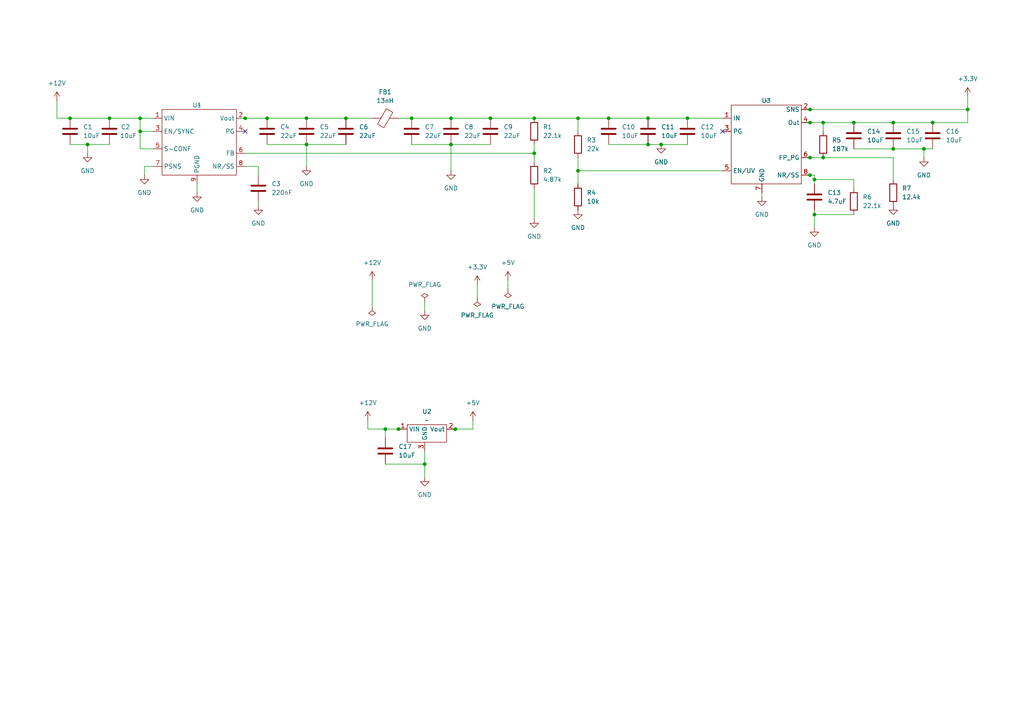
<source format=kicad_sch>
(kicad_sch
	(version 20231120)
	(generator "eeschema")
	(generator_version "8.0")
	(uuid "440e4307-13a4-4728-9d70-9357604220fb")
	(paper "A4")
	(lib_symbols
		(symbol "Aftx07:R-78xx-0.5"
			(exclude_from_sim no)
			(in_bom yes)
			(on_board yes)
			(property "Reference" "U"
				(at 0 3.556 0)
				(effects
					(font
						(size 1.27 1.27)
					)
				)
			)
			(property "Value" ""
				(at 0 0 0)
				(effects
					(font
						(size 1.27 1.27)
					)
				)
			)
			(property "Footprint" ""
				(at 0 0 0)
				(effects
					(font
						(size 1.27 1.27)
					)
					(hide yes)
				)
			)
			(property "Datasheet" ""
				(at 0 0 0)
				(effects
					(font
						(size 1.27 1.27)
					)
					(hide yes)
				)
			)
			(property "Description" ""
				(at 0 0 0)
				(effects
					(font
						(size 1.27 1.27)
					)
					(hide yes)
				)
			)
			(symbol "R-78xx-0.5_1_1"
				(rectangle
					(start -5.08 2.54)
					(end 6.35 -2.54)
					(stroke
						(width 0)
						(type default)
					)
					(fill
						(type none)
					)
				)
				(pin input line
					(at -7.62 1.27 0)
					(length 2.54)
					(name "VIN"
						(effects
							(font
								(size 1.27 1.27)
							)
						)
					)
					(number "1"
						(effects
							(font
								(size 1.27 1.27)
							)
						)
					)
				)
				(pin output line
					(at 8.89 1.27 180)
					(length 2.54)
					(name "Vout"
						(effects
							(font
								(size 1.27 1.27)
							)
						)
					)
					(number "2"
						(effects
							(font
								(size 1.27 1.27)
							)
						)
					)
				)
				(pin input line
					(at 0 -5.08 90)
					(length 2.54)
					(name "GND"
						(effects
							(font
								(size 1.27 1.27)
							)
						)
					)
					(number "3"
						(effects
							(font
								(size 1.27 1.27)
							)
						)
					)
				)
			)
		)
		(symbol "Aftx07:TPS7A94"
			(exclude_from_sim no)
			(in_bom yes)
			(on_board yes)
			(property "Reference" "U"
				(at 0 12.7 0)
				(do_not_autoplace)
				(effects
					(font
						(size 1.27 1.27)
					)
				)
			)
			(property "Value" ""
				(at 1.27 5.08 0)
				(effects
					(font
						(size 1.27 1.27)
					)
				)
			)
			(property "Footprint" ""
				(at 1.27 5.08 0)
				(effects
					(font
						(size 1.27 1.27)
					)
					(hide yes)
				)
			)
			(property "Datasheet" ""
				(at 1.27 5.08 0)
				(effects
					(font
						(size 1.27 1.27)
					)
					(hide yes)
				)
			)
			(property "Description" ""
				(at 1.27 5.08 0)
				(effects
					(font
						(size 1.27 1.27)
					)
					(hide yes)
				)
			)
			(symbol "TPS7A94_0_1"
				(rectangle
					(start -10.16 11.43)
					(end 10.16 -11.43)
					(stroke
						(width 0)
						(type default)
					)
					(fill
						(type none)
					)
				)
			)
			(symbol "TPS7A94_1_1"
				(pin input line
					(at -12.7 7.62 0)
					(length 2.54)
					(name "IN"
						(effects
							(font
								(size 1.27 1.27)
							)
						)
					)
					(number "1"
						(effects
							(font
								(size 1.27 1.27)
							)
						)
					)
				)
				(pin input line
					(at 12.7 10.16 180)
					(length 2.54)
					(name "SNS"
						(effects
							(font
								(size 1.27 1.27)
							)
						)
					)
					(number "2"
						(effects
							(font
								(size 1.27 1.27)
							)
						)
					)
				)
				(pin output line
					(at -12.7 3.81 0)
					(length 2.54)
					(name "PG"
						(effects
							(font
								(size 1.27 1.27)
							)
						)
					)
					(number "3"
						(effects
							(font
								(size 1.27 1.27)
							)
						)
					)
				)
				(pin output line
					(at 12.7 6.35 180)
					(length 2.54)
					(name "Out"
						(effects
							(font
								(size 1.27 1.27)
							)
						)
					)
					(number "4"
						(effects
							(font
								(size 1.27 1.27)
							)
						)
					)
				)
				(pin bidirectional line
					(at -12.7 -7.62 0)
					(length 2.54)
					(name "EN/UV"
						(effects
							(font
								(size 1.27 1.27)
							)
						)
					)
					(number "5"
						(effects
							(font
								(size 1.27 1.27)
							)
						)
					)
				)
				(pin output line
					(at 12.7 -3.81 180)
					(length 2.54)
					(name "FP_PG"
						(effects
							(font
								(size 1.27 1.27)
							)
						)
					)
					(number "6"
						(effects
							(font
								(size 1.27 1.27)
							)
						)
					)
				)
				(pin input line
					(at -1.27 -13.97 90)
					(length 2.54)
					(name "GND"
						(effects
							(font
								(size 1.27 1.27)
							)
						)
					)
					(number "7"
						(effects
							(font
								(size 1.27 1.27)
							)
						)
					)
				)
				(pin input line
					(at 12.7 -8.89 180)
					(length 2.54)
					(name "NR/SS"
						(effects
							(font
								(size 1.27 1.27)
							)
						)
					)
					(number "8"
						(effects
							(font
								(size 1.27 1.27)
							)
						)
					)
				)
			)
		)
		(symbol "Aftx07:TPSM82913"
			(exclude_from_sim no)
			(in_bom yes)
			(on_board yes)
			(property "Reference" "U"
				(at 0 10.16 0)
				(do_not_autoplace)
				(effects
					(font
						(size 1.27 1.27)
					)
				)
			)
			(property "Value" ""
				(at 1.27 1.27 0)
				(effects
					(font
						(size 1.27 1.27)
					)
				)
			)
			(property "Footprint" ""
				(at 1.27 1.27 0)
				(effects
					(font
						(size 1.27 1.27)
					)
					(hide yes)
				)
			)
			(property "Datasheet" ""
				(at 1.27 1.27 0)
				(effects
					(font
						(size 1.27 1.27)
					)
					(hide yes)
				)
			)
			(property "Description" ""
				(at 1.27 1.27 0)
				(effects
					(font
						(size 1.27 1.27)
					)
					(hide yes)
				)
			)
			(symbol "TPSM82913_1_0"
				(rectangle
					(start -10.16 8.89)
					(end 11.43 -10.16)
					(stroke
						(width 0)
						(type default)
					)
					(fill
						(type none)
					)
				)
			)
			(symbol "TPSM82913_1_1"
				(pin input line
					(at -12.7 6.35 0)
					(length 2.54)
					(name "VIN"
						(effects
							(font
								(size 1.27 1.27)
							)
						)
					)
					(number "1"
						(effects
							(font
								(size 1.27 1.27)
							)
						)
					)
				)
				(pin output line
					(at 13.97 6.35 180)
					(length 2.54)
					(name "Vout"
						(effects
							(font
								(size 1.27 1.27)
							)
						)
					)
					(number "2"
						(effects
							(font
								(size 1.27 1.27)
							)
						)
					)
				)
				(pin input line
					(at -12.7 2.54 0)
					(length 2.54)
					(name "EN/SYNC"
						(effects
							(font
								(size 1.27 1.27)
							)
						)
					)
					(number "3"
						(effects
							(font
								(size 1.27 1.27)
							)
						)
					)
				)
				(pin output line
					(at 13.97 2.54 180)
					(length 2.54)
					(name "PG"
						(effects
							(font
								(size 1.27 1.27)
							)
						)
					)
					(number "4"
						(effects
							(font
								(size 1.27 1.27)
							)
						)
					)
				)
				(pin input line
					(at -12.7 -2.54 0)
					(length 2.54)
					(name "S-CONF"
						(effects
							(font
								(size 1.27 1.27)
							)
						)
					)
					(number "5"
						(effects
							(font
								(size 1.27 1.27)
							)
						)
					)
				)
				(pin input line
					(at 13.97 -3.81 180)
					(length 2.54)
					(name "FB"
						(effects
							(font
								(size 1.27 1.27)
							)
						)
					)
					(number "6"
						(effects
							(font
								(size 1.27 1.27)
							)
						)
					)
				)
				(pin input line
					(at -12.7 -7.62 0)
					(length 2.54)
					(name "PSNS"
						(effects
							(font
								(size 1.27 1.27)
							)
						)
					)
					(number "7"
						(effects
							(font
								(size 1.27 1.27)
							)
						)
					)
				)
				(pin input line
					(at 13.97 -7.62 180)
					(length 2.54)
					(name "NR/SS"
						(effects
							(font
								(size 1.27 1.27)
							)
						)
					)
					(number "8"
						(effects
							(font
								(size 1.27 1.27)
							)
						)
					)
				)
				(pin input line
					(at 0 -12.7 90)
					(length 2.54)
					(name "PGND"
						(effects
							(font
								(size 1.27 1.27)
							)
						)
					)
					(number "9"
						(effects
							(font
								(size 1.27 1.27)
							)
						)
					)
				)
			)
		)
		(symbol "Device:C"
			(pin_numbers hide)
			(pin_names
				(offset 0.254)
			)
			(exclude_from_sim no)
			(in_bom yes)
			(on_board yes)
			(property "Reference" "C"
				(at 0.635 2.54 0)
				(effects
					(font
						(size 1.27 1.27)
					)
					(justify left)
				)
			)
			(property "Value" "C"
				(at 0.635 -2.54 0)
				(effects
					(font
						(size 1.27 1.27)
					)
					(justify left)
				)
			)
			(property "Footprint" ""
				(at 0.9652 -3.81 0)
				(effects
					(font
						(size 1.27 1.27)
					)
					(hide yes)
				)
			)
			(property "Datasheet" "~"
				(at 0 0 0)
				(effects
					(font
						(size 1.27 1.27)
					)
					(hide yes)
				)
			)
			(property "Description" "Unpolarized capacitor"
				(at 0 0 0)
				(effects
					(font
						(size 1.27 1.27)
					)
					(hide yes)
				)
			)
			(property "ki_keywords" "cap capacitor"
				(at 0 0 0)
				(effects
					(font
						(size 1.27 1.27)
					)
					(hide yes)
				)
			)
			(property "ki_fp_filters" "C_*"
				(at 0 0 0)
				(effects
					(font
						(size 1.27 1.27)
					)
					(hide yes)
				)
			)
			(symbol "C_0_1"
				(polyline
					(pts
						(xy -2.032 -0.762) (xy 2.032 -0.762)
					)
					(stroke
						(width 0.508)
						(type default)
					)
					(fill
						(type none)
					)
				)
				(polyline
					(pts
						(xy -2.032 0.762) (xy 2.032 0.762)
					)
					(stroke
						(width 0.508)
						(type default)
					)
					(fill
						(type none)
					)
				)
			)
			(symbol "C_1_1"
				(pin passive line
					(at 0 3.81 270)
					(length 2.794)
					(name "~"
						(effects
							(font
								(size 1.27 1.27)
							)
						)
					)
					(number "1"
						(effects
							(font
								(size 1.27 1.27)
							)
						)
					)
				)
				(pin passive line
					(at 0 -3.81 90)
					(length 2.794)
					(name "~"
						(effects
							(font
								(size 1.27 1.27)
							)
						)
					)
					(number "2"
						(effects
							(font
								(size 1.27 1.27)
							)
						)
					)
				)
			)
		)
		(symbol "Device:FerriteBead"
			(pin_numbers hide)
			(pin_names
				(offset 0)
			)
			(exclude_from_sim no)
			(in_bom yes)
			(on_board yes)
			(property "Reference" "FB"
				(at -3.81 0.635 90)
				(effects
					(font
						(size 1.27 1.27)
					)
				)
			)
			(property "Value" "FerriteBead"
				(at 3.81 0 90)
				(effects
					(font
						(size 1.27 1.27)
					)
				)
			)
			(property "Footprint" ""
				(at -1.778 0 90)
				(effects
					(font
						(size 1.27 1.27)
					)
					(hide yes)
				)
			)
			(property "Datasheet" "~"
				(at 0 0 0)
				(effects
					(font
						(size 1.27 1.27)
					)
					(hide yes)
				)
			)
			(property "Description" "Ferrite bead"
				(at 0 0 0)
				(effects
					(font
						(size 1.27 1.27)
					)
					(hide yes)
				)
			)
			(property "ki_keywords" "L ferrite bead inductor filter"
				(at 0 0 0)
				(effects
					(font
						(size 1.27 1.27)
					)
					(hide yes)
				)
			)
			(property "ki_fp_filters" "Inductor_* L_* *Ferrite*"
				(at 0 0 0)
				(effects
					(font
						(size 1.27 1.27)
					)
					(hide yes)
				)
			)
			(symbol "FerriteBead_0_1"
				(polyline
					(pts
						(xy 0 -1.27) (xy 0 -1.2192)
					)
					(stroke
						(width 0)
						(type default)
					)
					(fill
						(type none)
					)
				)
				(polyline
					(pts
						(xy 0 1.27) (xy 0 1.2954)
					)
					(stroke
						(width 0)
						(type default)
					)
					(fill
						(type none)
					)
				)
				(polyline
					(pts
						(xy -2.7686 0.4064) (xy -1.7018 2.2606) (xy 2.7686 -0.3048) (xy 1.6764 -2.159) (xy -2.7686 0.4064)
					)
					(stroke
						(width 0)
						(type default)
					)
					(fill
						(type none)
					)
				)
			)
			(symbol "FerriteBead_1_1"
				(pin passive line
					(at 0 3.81 270)
					(length 2.54)
					(name "~"
						(effects
							(font
								(size 1.27 1.27)
							)
						)
					)
					(number "1"
						(effects
							(font
								(size 1.27 1.27)
							)
						)
					)
				)
				(pin passive line
					(at 0 -3.81 90)
					(length 2.54)
					(name "~"
						(effects
							(font
								(size 1.27 1.27)
							)
						)
					)
					(number "2"
						(effects
							(font
								(size 1.27 1.27)
							)
						)
					)
				)
			)
		)
		(symbol "Device:R"
			(pin_numbers hide)
			(pin_names
				(offset 0)
			)
			(exclude_from_sim no)
			(in_bom yes)
			(on_board yes)
			(property "Reference" "R"
				(at 2.032 0 90)
				(effects
					(font
						(size 1.27 1.27)
					)
				)
			)
			(property "Value" "R"
				(at 0 0 90)
				(effects
					(font
						(size 1.27 1.27)
					)
				)
			)
			(property "Footprint" ""
				(at -1.778 0 90)
				(effects
					(font
						(size 1.27 1.27)
					)
					(hide yes)
				)
			)
			(property "Datasheet" "~"
				(at 0 0 0)
				(effects
					(font
						(size 1.27 1.27)
					)
					(hide yes)
				)
			)
			(property "Description" "Resistor"
				(at 0 0 0)
				(effects
					(font
						(size 1.27 1.27)
					)
					(hide yes)
				)
			)
			(property "ki_keywords" "R res resistor"
				(at 0 0 0)
				(effects
					(font
						(size 1.27 1.27)
					)
					(hide yes)
				)
			)
			(property "ki_fp_filters" "R_*"
				(at 0 0 0)
				(effects
					(font
						(size 1.27 1.27)
					)
					(hide yes)
				)
			)
			(symbol "R_0_1"
				(rectangle
					(start -1.016 -2.54)
					(end 1.016 2.54)
					(stroke
						(width 0.254)
						(type default)
					)
					(fill
						(type none)
					)
				)
			)
			(symbol "R_1_1"
				(pin passive line
					(at 0 3.81 270)
					(length 1.27)
					(name "~"
						(effects
							(font
								(size 1.27 1.27)
							)
						)
					)
					(number "1"
						(effects
							(font
								(size 1.27 1.27)
							)
						)
					)
				)
				(pin passive line
					(at 0 -3.81 90)
					(length 1.27)
					(name "~"
						(effects
							(font
								(size 1.27 1.27)
							)
						)
					)
					(number "2"
						(effects
							(font
								(size 1.27 1.27)
							)
						)
					)
				)
			)
		)
		(symbol "power:+12V"
			(power)
			(pin_numbers hide)
			(pin_names
				(offset 0) hide)
			(exclude_from_sim no)
			(in_bom yes)
			(on_board yes)
			(property "Reference" "#PWR"
				(at 0 -3.81 0)
				(effects
					(font
						(size 1.27 1.27)
					)
					(hide yes)
				)
			)
			(property "Value" "+12V"
				(at 0 3.556 0)
				(effects
					(font
						(size 1.27 1.27)
					)
				)
			)
			(property "Footprint" ""
				(at 0 0 0)
				(effects
					(font
						(size 1.27 1.27)
					)
					(hide yes)
				)
			)
			(property "Datasheet" ""
				(at 0 0 0)
				(effects
					(font
						(size 1.27 1.27)
					)
					(hide yes)
				)
			)
			(property "Description" "Power symbol creates a global label with name \"+12V\""
				(at 0 0 0)
				(effects
					(font
						(size 1.27 1.27)
					)
					(hide yes)
				)
			)
			(property "ki_keywords" "global power"
				(at 0 0 0)
				(effects
					(font
						(size 1.27 1.27)
					)
					(hide yes)
				)
			)
			(symbol "+12V_0_1"
				(polyline
					(pts
						(xy -0.762 1.27) (xy 0 2.54)
					)
					(stroke
						(width 0)
						(type default)
					)
					(fill
						(type none)
					)
				)
				(polyline
					(pts
						(xy 0 0) (xy 0 2.54)
					)
					(stroke
						(width 0)
						(type default)
					)
					(fill
						(type none)
					)
				)
				(polyline
					(pts
						(xy 0 2.54) (xy 0.762 1.27)
					)
					(stroke
						(width 0)
						(type default)
					)
					(fill
						(type none)
					)
				)
			)
			(symbol "+12V_1_1"
				(pin power_in line
					(at 0 0 90)
					(length 0)
					(name "~"
						(effects
							(font
								(size 1.27 1.27)
							)
						)
					)
					(number "1"
						(effects
							(font
								(size 1.27 1.27)
							)
						)
					)
				)
			)
		)
		(symbol "power:+3.3V"
			(power)
			(pin_numbers hide)
			(pin_names
				(offset 0) hide)
			(exclude_from_sim no)
			(in_bom yes)
			(on_board yes)
			(property "Reference" "#PWR"
				(at 0 -3.81 0)
				(effects
					(font
						(size 1.27 1.27)
					)
					(hide yes)
				)
			)
			(property "Value" "+3.3V"
				(at 0 3.556 0)
				(effects
					(font
						(size 1.27 1.27)
					)
				)
			)
			(property "Footprint" ""
				(at 0 0 0)
				(effects
					(font
						(size 1.27 1.27)
					)
					(hide yes)
				)
			)
			(property "Datasheet" ""
				(at 0 0 0)
				(effects
					(font
						(size 1.27 1.27)
					)
					(hide yes)
				)
			)
			(property "Description" "Power symbol creates a global label with name \"+3.3V\""
				(at 0 0 0)
				(effects
					(font
						(size 1.27 1.27)
					)
					(hide yes)
				)
			)
			(property "ki_keywords" "global power"
				(at 0 0 0)
				(effects
					(font
						(size 1.27 1.27)
					)
					(hide yes)
				)
			)
			(symbol "+3.3V_0_1"
				(polyline
					(pts
						(xy -0.762 1.27) (xy 0 2.54)
					)
					(stroke
						(width 0)
						(type default)
					)
					(fill
						(type none)
					)
				)
				(polyline
					(pts
						(xy 0 0) (xy 0 2.54)
					)
					(stroke
						(width 0)
						(type default)
					)
					(fill
						(type none)
					)
				)
				(polyline
					(pts
						(xy 0 2.54) (xy 0.762 1.27)
					)
					(stroke
						(width 0)
						(type default)
					)
					(fill
						(type none)
					)
				)
			)
			(symbol "+3.3V_1_1"
				(pin power_in line
					(at 0 0 90)
					(length 0)
					(name "~"
						(effects
							(font
								(size 1.27 1.27)
							)
						)
					)
					(number "1"
						(effects
							(font
								(size 1.27 1.27)
							)
						)
					)
				)
			)
		)
		(symbol "power:+5V"
			(power)
			(pin_numbers hide)
			(pin_names
				(offset 0) hide)
			(exclude_from_sim no)
			(in_bom yes)
			(on_board yes)
			(property "Reference" "#PWR"
				(at 0 -3.81 0)
				(effects
					(font
						(size 1.27 1.27)
					)
					(hide yes)
				)
			)
			(property "Value" "+5V"
				(at 0 3.556 0)
				(effects
					(font
						(size 1.27 1.27)
					)
				)
			)
			(property "Footprint" ""
				(at 0 0 0)
				(effects
					(font
						(size 1.27 1.27)
					)
					(hide yes)
				)
			)
			(property "Datasheet" ""
				(at 0 0 0)
				(effects
					(font
						(size 1.27 1.27)
					)
					(hide yes)
				)
			)
			(property "Description" "Power symbol creates a global label with name \"+5V\""
				(at 0 0 0)
				(effects
					(font
						(size 1.27 1.27)
					)
					(hide yes)
				)
			)
			(property "ki_keywords" "global power"
				(at 0 0 0)
				(effects
					(font
						(size 1.27 1.27)
					)
					(hide yes)
				)
			)
			(symbol "+5V_0_1"
				(polyline
					(pts
						(xy -0.762 1.27) (xy 0 2.54)
					)
					(stroke
						(width 0)
						(type default)
					)
					(fill
						(type none)
					)
				)
				(polyline
					(pts
						(xy 0 0) (xy 0 2.54)
					)
					(stroke
						(width 0)
						(type default)
					)
					(fill
						(type none)
					)
				)
				(polyline
					(pts
						(xy 0 2.54) (xy 0.762 1.27)
					)
					(stroke
						(width 0)
						(type default)
					)
					(fill
						(type none)
					)
				)
			)
			(symbol "+5V_1_1"
				(pin power_in line
					(at 0 0 90)
					(length 0)
					(name "~"
						(effects
							(font
								(size 1.27 1.27)
							)
						)
					)
					(number "1"
						(effects
							(font
								(size 1.27 1.27)
							)
						)
					)
				)
			)
		)
		(symbol "power:GND"
			(power)
			(pin_numbers hide)
			(pin_names
				(offset 0) hide)
			(exclude_from_sim no)
			(in_bom yes)
			(on_board yes)
			(property "Reference" "#PWR"
				(at 0 -6.35 0)
				(effects
					(font
						(size 1.27 1.27)
					)
					(hide yes)
				)
			)
			(property "Value" "GND"
				(at 0 -3.81 0)
				(effects
					(font
						(size 1.27 1.27)
					)
				)
			)
			(property "Footprint" ""
				(at 0 0 0)
				(effects
					(font
						(size 1.27 1.27)
					)
					(hide yes)
				)
			)
			(property "Datasheet" ""
				(at 0 0 0)
				(effects
					(font
						(size 1.27 1.27)
					)
					(hide yes)
				)
			)
			(property "Description" "Power symbol creates a global label with name \"GND\" , ground"
				(at 0 0 0)
				(effects
					(font
						(size 1.27 1.27)
					)
					(hide yes)
				)
			)
			(property "ki_keywords" "global power"
				(at 0 0 0)
				(effects
					(font
						(size 1.27 1.27)
					)
					(hide yes)
				)
			)
			(symbol "GND_0_1"
				(polyline
					(pts
						(xy 0 0) (xy 0 -1.27) (xy 1.27 -1.27) (xy 0 -2.54) (xy -1.27 -1.27) (xy 0 -1.27)
					)
					(stroke
						(width 0)
						(type default)
					)
					(fill
						(type none)
					)
				)
			)
			(symbol "GND_1_1"
				(pin power_in line
					(at 0 0 270)
					(length 0)
					(name "~"
						(effects
							(font
								(size 1.27 1.27)
							)
						)
					)
					(number "1"
						(effects
							(font
								(size 1.27 1.27)
							)
						)
					)
				)
			)
		)
		(symbol "power:PWR_FLAG"
			(power)
			(pin_numbers hide)
			(pin_names
				(offset 0) hide)
			(exclude_from_sim no)
			(in_bom yes)
			(on_board yes)
			(property "Reference" "#FLG"
				(at 0 1.905 0)
				(effects
					(font
						(size 1.27 1.27)
					)
					(hide yes)
				)
			)
			(property "Value" "PWR_FLAG"
				(at 0 3.81 0)
				(effects
					(font
						(size 1.27 1.27)
					)
				)
			)
			(property "Footprint" ""
				(at 0 0 0)
				(effects
					(font
						(size 1.27 1.27)
					)
					(hide yes)
				)
			)
			(property "Datasheet" "~"
				(at 0 0 0)
				(effects
					(font
						(size 1.27 1.27)
					)
					(hide yes)
				)
			)
			(property "Description" "Special symbol for telling ERC where power comes from"
				(at 0 0 0)
				(effects
					(font
						(size 1.27 1.27)
					)
					(hide yes)
				)
			)
			(property "ki_keywords" "flag power"
				(at 0 0 0)
				(effects
					(font
						(size 1.27 1.27)
					)
					(hide yes)
				)
			)
			(symbol "PWR_FLAG_0_0"
				(pin power_out line
					(at 0 0 90)
					(length 0)
					(name "~"
						(effects
							(font
								(size 1.27 1.27)
							)
						)
					)
					(number "1"
						(effects
							(font
								(size 1.27 1.27)
							)
						)
					)
				)
			)
			(symbol "PWR_FLAG_0_1"
				(polyline
					(pts
						(xy 0 0) (xy 0 1.27) (xy -1.016 1.905) (xy 0 2.54) (xy 1.016 1.905) (xy 0 1.27)
					)
					(stroke
						(width 0)
						(type default)
					)
					(fill
						(type none)
					)
				)
			)
		)
	)
	(junction
		(at 119.38 34.29)
		(diameter 0)
		(color 0 0 0 0)
		(uuid "0e8b450d-7ea6-471b-94fc-636862cc8365")
	)
	(junction
		(at 130.81 41.91)
		(diameter 0)
		(color 0 0 0 0)
		(uuid "10ea07bb-17f8-4ee7-98ff-d1ca50b2c9db")
	)
	(junction
		(at 40.64 34.29)
		(diameter 0)
		(color 0 0 0 0)
		(uuid "11f562aa-dee6-4406-967f-d69cce29432e")
	)
	(junction
		(at 154.94 34.29)
		(diameter 0)
		(color 0 0 0 0)
		(uuid "176847c7-8a3b-4035-aaa4-da5879d34c82")
	)
	(junction
		(at 167.64 49.53)
		(diameter 0)
		(color 0 0 0 0)
		(uuid "1ad91bea-18a3-4d42-8110-5fb1cf3ce9ae")
	)
	(junction
		(at 238.76 35.56)
		(diameter 0)
		(color 0 0 0 0)
		(uuid "30084f6a-21bb-48d7-9adb-16eb04d0f016")
	)
	(junction
		(at 132.08 124.46)
		(diameter 0)
		(color 0 0 0 0)
		(uuid "3379bed7-365f-4e1a-8b89-0d103eec7b4a")
	)
	(junction
		(at 187.96 41.91)
		(diameter 0)
		(color 0 0 0 0)
		(uuid "393f79ee-77d4-4f58-9a65-7965f60dcd04")
	)
	(junction
		(at 238.76 45.72)
		(diameter 0)
		(color 0 0 0 0)
		(uuid "3eb3275a-826a-44a9-891e-e2ca6bc91c4c")
	)
	(junction
		(at 187.96 34.29)
		(diameter 0)
		(color 0 0 0 0)
		(uuid "433a73a6-e2b0-4c00-944b-d6e12709e25f")
	)
	(junction
		(at 234.95 50.8)
		(diameter 0)
		(color 0 0 0 0)
		(uuid "4e7a9e79-6dfa-4af3-8190-8e16e9e5cdb0")
	)
	(junction
		(at 236.22 52.07)
		(diameter 0)
		(color 0 0 0 0)
		(uuid "5986e3cd-b776-45cb-beb0-d556f5f04af7")
	)
	(junction
		(at 20.32 34.29)
		(diameter 0)
		(color 0 0 0 0)
		(uuid "5bb5dbe2-1ac7-47d8-a715-d7e1d36f8e96")
	)
	(junction
		(at 115.57 124.46)
		(diameter 0)
		(color 0 0 0 0)
		(uuid "6e361197-5e5d-4173-8503-6de1357bf45d")
	)
	(junction
		(at 123.19 134.62)
		(diameter 0)
		(color 0 0 0 0)
		(uuid "6fc228ea-a005-453d-8fc0-55ac014ff88b")
	)
	(junction
		(at 234.95 35.56)
		(diameter 0)
		(color 0 0 0 0)
		(uuid "6fe3d8d7-2616-49db-a0fe-11130907ee57")
	)
	(junction
		(at 31.75 34.29)
		(diameter 0)
		(color 0 0 0 0)
		(uuid "759f7d76-13eb-4444-8fd2-c677b9c4e7af")
	)
	(junction
		(at 142.24 34.29)
		(diameter 0)
		(color 0 0 0 0)
		(uuid "791f6e44-a21d-4f85-a247-590b3d3eabe6")
	)
	(junction
		(at 234.95 45.72)
		(diameter 0)
		(color 0 0 0 0)
		(uuid "8224efcb-c601-4049-85e1-6b1a3e10c27c")
	)
	(junction
		(at 247.65 35.56)
		(diameter 0)
		(color 0 0 0 0)
		(uuid "85de74b3-996c-423f-918a-679b32c4dcaa")
	)
	(junction
		(at 130.81 34.29)
		(diameter 0)
		(color 0 0 0 0)
		(uuid "8b74a4eb-080b-4018-9c5b-8ec0298a60f1")
	)
	(junction
		(at 40.64 38.1)
		(diameter 0)
		(color 0 0 0 0)
		(uuid "8db5ceb5-ba95-4af6-beda-df7e9aaac208")
	)
	(junction
		(at 77.47 34.29)
		(diameter 0)
		(color 0 0 0 0)
		(uuid "8fd1298c-9e8f-41f1-82d3-c8cd243a6a48")
	)
	(junction
		(at 199.39 34.29)
		(diameter 0)
		(color 0 0 0 0)
		(uuid "8ff12b1f-1069-4550-baa8-767530c2d4ac")
	)
	(junction
		(at 167.64 34.29)
		(diameter 0)
		(color 0 0 0 0)
		(uuid "a59bf06c-3e52-4e73-b5c4-9432d38b92e3")
	)
	(junction
		(at 100.33 34.29)
		(diameter 0)
		(color 0 0 0 0)
		(uuid "a5ba8ac9-6a37-482d-b16f-8ee5de6c28cc")
	)
	(junction
		(at 88.9 34.29)
		(diameter 0)
		(color 0 0 0 0)
		(uuid "afbedcfc-9c2f-41b8-af54-bf3712c52a8a")
	)
	(junction
		(at 280.67 31.75)
		(diameter 0)
		(color 0 0 0 0)
		(uuid "afca740c-3da1-49df-823c-152fa611c666")
	)
	(junction
		(at 270.51 35.56)
		(diameter 0)
		(color 0 0 0 0)
		(uuid "b4d716a7-cece-4291-85be-6cd14569b4b4")
	)
	(junction
		(at 259.08 35.56)
		(diameter 0)
		(color 0 0 0 0)
		(uuid "b5489a09-9d42-4c32-99b0-2c2b50795365")
	)
	(junction
		(at 234.95 31.75)
		(diameter 0)
		(color 0 0 0 0)
		(uuid "c5c784e2-d3bf-4b91-89bb-97c50faf9afd")
	)
	(junction
		(at 267.97 43.18)
		(diameter 0)
		(color 0 0 0 0)
		(uuid "c5e1672d-710d-4db2-a861-96698d616dbc")
	)
	(junction
		(at 111.76 124.46)
		(diameter 0)
		(color 0 0 0 0)
		(uuid "c80a3395-0d5d-4255-96da-3f2dd94e0475")
	)
	(junction
		(at 88.9 41.91)
		(diameter 0)
		(color 0 0 0 0)
		(uuid "cb1c8e3f-2f38-4c85-88d1-fcfeecd54f4e")
	)
	(junction
		(at 25.4 41.91)
		(diameter 0)
		(color 0 0 0 0)
		(uuid "dc9d5454-91df-4b31-be11-a06789b6e0a6")
	)
	(junction
		(at 154.94 44.45)
		(diameter 0)
		(color 0 0 0 0)
		(uuid "de07dca3-c222-4271-bc82-2710c61eb1e2")
	)
	(junction
		(at 191.77 41.91)
		(diameter 0)
		(color 0 0 0 0)
		(uuid "ecee5e31-840d-4f68-a708-2689bfc3065e")
	)
	(junction
		(at 71.12 34.29)
		(diameter 0)
		(color 0 0 0 0)
		(uuid "f1e7232e-c10f-4004-a9f6-9e215cd4b172")
	)
	(junction
		(at 176.53 34.29)
		(diameter 0)
		(color 0 0 0 0)
		(uuid "f9b0c4a1-fac0-4c2a-b0af-75503f7fc185")
	)
	(junction
		(at 259.08 43.18)
		(diameter 0)
		(color 0 0 0 0)
		(uuid "fa094908-b143-4640-bafb-7f938898fca1")
	)
	(junction
		(at 236.22 62.23)
		(diameter 0)
		(color 0 0 0 0)
		(uuid "fa42dc80-3b14-4bb3-b748-4f8c784394c3")
	)
	(no_connect
		(at 71.12 38.1)
		(uuid "3d08dd0c-5f46-469e-8da4-95cae075f88c")
	)
	(no_connect
		(at 209.55 38.1)
		(uuid "4da8cd21-ca86-493b-8853-91bb832f8f77")
	)
	(wire
		(pts
			(xy 187.96 41.91) (xy 191.77 41.91)
		)
		(stroke
			(width 0)
			(type default)
		)
		(uuid "030ee21d-2b50-413f-9fa5-633d02bbc7f1")
	)
	(wire
		(pts
			(xy 111.76 124.46) (xy 115.57 124.46)
		)
		(stroke
			(width 0)
			(type default)
		)
		(uuid "0371b674-4732-427f-8753-d7ecd5f4364c")
	)
	(wire
		(pts
			(xy 167.64 49.53) (xy 209.55 49.53)
		)
		(stroke
			(width 0)
			(type default)
		)
		(uuid "0638ea09-93be-4b3c-b075-ec32ff1c10d7")
	)
	(wire
		(pts
			(xy 167.64 45.72) (xy 167.64 49.53)
		)
		(stroke
			(width 0)
			(type default)
		)
		(uuid "06829dfe-4505-44d0-b266-9ad05ad41c80")
	)
	(wire
		(pts
			(xy 44.45 48.26) (xy 41.91 48.26)
		)
		(stroke
			(width 0)
			(type default)
		)
		(uuid "0b3700dc-3bb4-400f-af77-38df7f12ec82")
	)
	(wire
		(pts
			(xy 71.12 48.26) (xy 74.93 48.26)
		)
		(stroke
			(width 0)
			(type default)
		)
		(uuid "0df09708-b0cc-4cbb-99b7-e87e346b36a9")
	)
	(wire
		(pts
			(xy 130.81 41.91) (xy 142.24 41.91)
		)
		(stroke
			(width 0)
			(type default)
		)
		(uuid "0ed3aca5-3338-419c-b633-e43cd4f09429")
	)
	(wire
		(pts
			(xy 57.15 53.34) (xy 57.15 55.88)
		)
		(stroke
			(width 0)
			(type default)
		)
		(uuid "11516af0-3914-4b20-9949-56e217bdacad")
	)
	(wire
		(pts
			(xy 187.96 34.29) (xy 199.39 34.29)
		)
		(stroke
			(width 0)
			(type default)
		)
		(uuid "1381ff36-dcd1-423e-bbfa-2cb1eef3b209")
	)
	(wire
		(pts
			(xy 77.47 34.29) (xy 88.9 34.29)
		)
		(stroke
			(width 0)
			(type default)
		)
		(uuid "142982d2-5374-4532-81b6-8a8f57018b71")
	)
	(wire
		(pts
			(xy 100.33 34.29) (xy 107.95 34.29)
		)
		(stroke
			(width 0)
			(type default)
		)
		(uuid "14cafce4-2d0b-48dc-9998-42b0f24db565")
	)
	(wire
		(pts
			(xy 130.81 34.29) (xy 142.24 34.29)
		)
		(stroke
			(width 0)
			(type default)
		)
		(uuid "1786adf2-cfc4-42f6-ac94-c72973ccd11b")
	)
	(wire
		(pts
			(xy 106.68 124.46) (xy 111.76 124.46)
		)
		(stroke
			(width 0)
			(type default)
		)
		(uuid "18214eeb-30a2-4669-8a32-bc7b7d4b1822")
	)
	(wire
		(pts
			(xy 236.22 52.07) (xy 247.65 52.07)
		)
		(stroke
			(width 0)
			(type default)
		)
		(uuid "189cb577-2d5c-4f19-a84d-32b9aff9fd15")
	)
	(wire
		(pts
			(xy 191.77 41.91) (xy 191.77 43.18)
		)
		(stroke
			(width 0)
			(type default)
		)
		(uuid "1962ce0f-e49f-46ce-a456-11db260924a7")
	)
	(wire
		(pts
			(xy 71.12 44.45) (xy 154.94 44.45)
		)
		(stroke
			(width 0)
			(type default)
		)
		(uuid "1aa39fe4-03c6-428a-99e4-00759f688a1c")
	)
	(wire
		(pts
			(xy 88.9 34.29) (xy 100.33 34.29)
		)
		(stroke
			(width 0)
			(type default)
		)
		(uuid "1c9ce7ba-2444-4c00-bce2-43b3f2980151")
	)
	(wire
		(pts
			(xy 130.81 124.46) (xy 132.08 124.46)
		)
		(stroke
			(width 0)
			(type default)
		)
		(uuid "293bbca7-74e3-4da0-8bf3-65f8b9ee1f26")
	)
	(wire
		(pts
			(xy 236.22 62.23) (xy 236.22 66.04)
		)
		(stroke
			(width 0)
			(type default)
		)
		(uuid "2bacf570-22e6-4c1c-b7dd-772fe983dbf6")
	)
	(wire
		(pts
			(xy 191.77 41.91) (xy 199.39 41.91)
		)
		(stroke
			(width 0)
			(type default)
		)
		(uuid "2bc368d1-195b-4a99-bb25-ea9b0979e2f5")
	)
	(wire
		(pts
			(xy 147.32 81.28) (xy 147.32 83.82)
		)
		(stroke
			(width 0)
			(type default)
		)
		(uuid "2e1140d7-63ea-4d21-b9ea-8f89511b9af4")
	)
	(wire
		(pts
			(xy 220.98 55.88) (xy 220.98 57.15)
		)
		(stroke
			(width 0)
			(type default)
		)
		(uuid "2f67e29e-a494-4f76-87c0-02655a4d14a5")
	)
	(wire
		(pts
			(xy 280.67 35.56) (xy 280.67 31.75)
		)
		(stroke
			(width 0)
			(type default)
		)
		(uuid "301f42fd-8f66-42eb-b066-67facb0ad497")
	)
	(wire
		(pts
			(xy 107.95 81.28) (xy 107.95 88.9)
		)
		(stroke
			(width 0)
			(type default)
		)
		(uuid "3095ad7b-5a92-4ffa-87f7-ac24cfb84470")
	)
	(wire
		(pts
			(xy 259.08 45.72) (xy 259.08 52.07)
		)
		(stroke
			(width 0)
			(type default)
		)
		(uuid "30a56f9e-b29a-4177-86f5-28e16560a13b")
	)
	(wire
		(pts
			(xy 16.51 29.21) (xy 16.51 34.29)
		)
		(stroke
			(width 0)
			(type default)
		)
		(uuid "347a8965-e9e5-4ea2-b08a-312a8622ca27")
	)
	(wire
		(pts
			(xy 77.47 41.91) (xy 88.9 41.91)
		)
		(stroke
			(width 0)
			(type default)
		)
		(uuid "35ffaba4-9ced-4072-9ee1-c30a0b9014a7")
	)
	(wire
		(pts
			(xy 115.57 124.46) (xy 116.84 124.46)
		)
		(stroke
			(width 0)
			(type default)
		)
		(uuid "38fcc0f6-7826-404f-acfd-9dbb279cf095")
	)
	(wire
		(pts
			(xy 167.64 34.29) (xy 176.53 34.29)
		)
		(stroke
			(width 0)
			(type default)
		)
		(uuid "402469fc-a25d-4d5d-9047-8c90c284d034")
	)
	(wire
		(pts
			(xy 238.76 35.56) (xy 247.65 35.56)
		)
		(stroke
			(width 0)
			(type default)
		)
		(uuid "409f84b4-d1f5-4bc0-936a-f9b70b28c473")
	)
	(wire
		(pts
			(xy 154.94 54.61) (xy 154.94 63.5)
		)
		(stroke
			(width 0)
			(type default)
		)
		(uuid "42ab97fd-a959-45f0-90de-49d483c7d40e")
	)
	(wire
		(pts
			(xy 111.76 134.62) (xy 123.19 134.62)
		)
		(stroke
			(width 0)
			(type default)
		)
		(uuid "4464bfec-0719-46bb-a581-5bab12e3c373")
	)
	(wire
		(pts
			(xy 132.08 124.46) (xy 137.16 124.46)
		)
		(stroke
			(width 0)
			(type default)
		)
		(uuid "447c4b30-4b16-480f-85db-20b74c1b651d")
	)
	(wire
		(pts
			(xy 176.53 41.91) (xy 187.96 41.91)
		)
		(stroke
			(width 0)
			(type default)
		)
		(uuid "479f56eb-fdcf-49a3-89dd-a97de8cad022")
	)
	(wire
		(pts
			(xy 31.75 34.29) (xy 40.64 34.29)
		)
		(stroke
			(width 0)
			(type default)
		)
		(uuid "49251ae6-077f-4cea-8bb7-f44976d967cb")
	)
	(wire
		(pts
			(xy 247.65 54.61) (xy 247.65 52.07)
		)
		(stroke
			(width 0)
			(type default)
		)
		(uuid "4993a6ac-7c30-4cb9-90c3-a9b103bda5ca")
	)
	(wire
		(pts
			(xy 154.94 44.45) (xy 154.94 46.99)
		)
		(stroke
			(width 0)
			(type default)
		)
		(uuid "4ee77863-af57-4952-9d56-5dd9144fa26d")
	)
	(wire
		(pts
			(xy 236.22 52.07) (xy 236.22 53.34)
		)
		(stroke
			(width 0)
			(type default)
		)
		(uuid "4fa9dc26-9422-464c-8ed8-9f956d4b328c")
	)
	(wire
		(pts
			(xy 233.68 50.8) (xy 234.95 50.8)
		)
		(stroke
			(width 0)
			(type default)
		)
		(uuid "5084f6fc-ecfb-417d-9645-c6bc48ed88b0")
	)
	(wire
		(pts
			(xy 233.68 45.72) (xy 234.95 45.72)
		)
		(stroke
			(width 0)
			(type default)
		)
		(uuid "540454e6-06a8-4e09-b191-e3c4eeed0d80")
	)
	(wire
		(pts
			(xy 111.76 124.46) (xy 111.76 127)
		)
		(stroke
			(width 0)
			(type default)
		)
		(uuid "5954c6ae-61df-4707-b848-653468444960")
	)
	(wire
		(pts
			(xy 20.32 34.29) (xy 31.75 34.29)
		)
		(stroke
			(width 0)
			(type default)
		)
		(uuid "638a36c0-8a2f-4290-9767-3656d8be7bb3")
	)
	(wire
		(pts
			(xy 88.9 41.91) (xy 88.9 48.26)
		)
		(stroke
			(width 0)
			(type default)
		)
		(uuid "69040787-4e00-4101-9670-a8d6e8cfcc43")
	)
	(wire
		(pts
			(xy 119.38 41.91) (xy 130.81 41.91)
		)
		(stroke
			(width 0)
			(type default)
		)
		(uuid "6c294583-a558-4e4e-a36b-02851b239d58")
	)
	(wire
		(pts
			(xy 238.76 35.56) (xy 238.76 38.1)
		)
		(stroke
			(width 0)
			(type default)
		)
		(uuid "6de19c27-6912-4479-8dbf-afdbac226d76")
	)
	(wire
		(pts
			(xy 234.95 45.72) (xy 238.76 45.72)
		)
		(stroke
			(width 0)
			(type default)
		)
		(uuid "70565bc5-b15b-4685-aa5b-6f56291a20d7")
	)
	(wire
		(pts
			(xy 74.93 58.42) (xy 74.93 59.69)
		)
		(stroke
			(width 0)
			(type default)
		)
		(uuid "70683c00-4afb-4774-ac70-b17b5ac9b13d")
	)
	(wire
		(pts
			(xy 138.43 82.55) (xy 138.43 86.36)
		)
		(stroke
			(width 0)
			(type default)
		)
		(uuid "725d3b7c-7dac-4c46-b70d-930c47bf1209")
	)
	(wire
		(pts
			(xy 20.32 41.91) (xy 25.4 41.91)
		)
		(stroke
			(width 0)
			(type default)
		)
		(uuid "84aa1519-09ba-458a-a139-bc10e0e20fd0")
	)
	(wire
		(pts
			(xy 40.64 34.29) (xy 44.45 34.29)
		)
		(stroke
			(width 0)
			(type default)
		)
		(uuid "84db0318-ab2c-4194-8c5e-8d20e9edd17f")
	)
	(wire
		(pts
			(xy 176.53 34.29) (xy 187.96 34.29)
		)
		(stroke
			(width 0)
			(type default)
		)
		(uuid "8843ad79-29bb-4721-abe4-86ac9f5f206d")
	)
	(wire
		(pts
			(xy 167.64 34.29) (xy 167.64 38.1)
		)
		(stroke
			(width 0)
			(type default)
		)
		(uuid "88dcd9ca-5313-404c-a4ba-15a4afb04807")
	)
	(wire
		(pts
			(xy 119.38 34.29) (xy 130.81 34.29)
		)
		(stroke
			(width 0)
			(type default)
		)
		(uuid "8e5c02a1-47fa-49de-94fd-c01786e72d9f")
	)
	(wire
		(pts
			(xy 238.76 45.72) (xy 259.08 45.72)
		)
		(stroke
			(width 0)
			(type default)
		)
		(uuid "8f12e530-9c63-48ff-8273-cd8594c0051c")
	)
	(wire
		(pts
			(xy 16.51 34.29) (xy 20.32 34.29)
		)
		(stroke
			(width 0)
			(type default)
		)
		(uuid "932b66a7-1d4b-4e13-b9a7-1051e81e18c8")
	)
	(wire
		(pts
			(xy 267.97 43.18) (xy 267.97 45.72)
		)
		(stroke
			(width 0)
			(type default)
		)
		(uuid "95580c61-f9c6-46c9-8b95-a3a338829034")
	)
	(wire
		(pts
			(xy 130.81 41.91) (xy 130.81 49.53)
		)
		(stroke
			(width 0)
			(type default)
		)
		(uuid "97ebe038-1ce2-419b-9157-1a33b300cdcd")
	)
	(wire
		(pts
			(xy 233.68 31.75) (xy 234.95 31.75)
		)
		(stroke
			(width 0)
			(type default)
		)
		(uuid "9c9349bb-04d1-4c7b-83f4-d371b5557f22")
	)
	(wire
		(pts
			(xy 247.65 62.23) (xy 236.22 62.23)
		)
		(stroke
			(width 0)
			(type default)
		)
		(uuid "a62fbf1e-914f-4e8b-a3dd-18eb3d3c22a3")
	)
	(wire
		(pts
			(xy 154.94 41.91) (xy 154.94 44.45)
		)
		(stroke
			(width 0)
			(type default)
		)
		(uuid "a8f5f61d-38bb-47a3-a98f-069b62ec98a8")
	)
	(wire
		(pts
			(xy 259.08 43.18) (xy 267.97 43.18)
		)
		(stroke
			(width 0)
			(type default)
		)
		(uuid "af1ec66a-d1df-41ad-9942-4c24f744835e")
	)
	(wire
		(pts
			(xy 123.19 134.62) (xy 123.19 138.43)
		)
		(stroke
			(width 0)
			(type default)
		)
		(uuid "afd476c2-ba02-48ea-9c89-05b454f6c34d")
	)
	(wire
		(pts
			(xy 154.94 34.29) (xy 167.64 34.29)
		)
		(stroke
			(width 0)
			(type default)
		)
		(uuid "b0993435-0912-4cec-a059-72a511b60a0c")
	)
	(wire
		(pts
			(xy 199.39 34.29) (xy 209.55 34.29)
		)
		(stroke
			(width 0)
			(type default)
		)
		(uuid "b1579b50-edaa-4e8f-82eb-688a6e18b606")
	)
	(wire
		(pts
			(xy 88.9 41.91) (xy 100.33 41.91)
		)
		(stroke
			(width 0)
			(type default)
		)
		(uuid "b5728f3d-7fbc-46b9-b9b5-e44ea5d35274")
	)
	(wire
		(pts
			(xy 234.95 35.56) (xy 238.76 35.56)
		)
		(stroke
			(width 0)
			(type default)
		)
		(uuid "be50eec8-5b0a-4020-811a-6c2cba6c5b56")
	)
	(wire
		(pts
			(xy 234.95 50.8) (xy 236.22 50.8)
		)
		(stroke
			(width 0)
			(type default)
		)
		(uuid "c06188bd-24f6-4405-adc2-57fb1556a9a3")
	)
	(wire
		(pts
			(xy 247.65 35.56) (xy 259.08 35.56)
		)
		(stroke
			(width 0)
			(type default)
		)
		(uuid "c6478f24-f6cf-4ffc-9cae-28a6b2a65de8")
	)
	(wire
		(pts
			(xy 25.4 41.91) (xy 25.4 44.45)
		)
		(stroke
			(width 0)
			(type default)
		)
		(uuid "c8c5b198-0edf-4851-bf39-f64a4b87c563")
	)
	(wire
		(pts
			(xy 40.64 38.1) (xy 44.45 38.1)
		)
		(stroke
			(width 0)
			(type default)
		)
		(uuid "c9e80192-111b-4c51-a519-0e21ec9029d4")
	)
	(wire
		(pts
			(xy 69.85 34.29) (xy 71.12 34.29)
		)
		(stroke
			(width 0)
			(type default)
		)
		(uuid "ca2eba39-1d47-4457-9d59-87f736013a4e")
	)
	(wire
		(pts
			(xy 234.95 31.75) (xy 280.67 31.75)
		)
		(stroke
			(width 0)
			(type default)
		)
		(uuid "d2a36aa3-2ff8-41ee-acf4-6f38224929d0")
	)
	(wire
		(pts
			(xy 25.4 41.91) (xy 31.75 41.91)
		)
		(stroke
			(width 0)
			(type default)
		)
		(uuid "d30eab0f-851d-4f4a-ac35-9085845fda9b")
	)
	(wire
		(pts
			(xy 123.19 87.63) (xy 123.19 90.17)
		)
		(stroke
			(width 0)
			(type default)
		)
		(uuid "d5b1f5e0-ba3a-4d14-88d6-759ebfff29bb")
	)
	(wire
		(pts
			(xy 115.57 34.29) (xy 119.38 34.29)
		)
		(stroke
			(width 0)
			(type default)
		)
		(uuid "dbc4e63e-c38a-48f1-9a30-ea99a52dbe99")
	)
	(wire
		(pts
			(xy 247.65 43.18) (xy 259.08 43.18)
		)
		(stroke
			(width 0)
			(type default)
		)
		(uuid "dc45396c-60ec-4774-b5fa-e58958585c65")
	)
	(wire
		(pts
			(xy 40.64 43.18) (xy 44.45 43.18)
		)
		(stroke
			(width 0)
			(type default)
		)
		(uuid "ddb756dc-6519-462b-be88-20f44de4dc09")
	)
	(wire
		(pts
			(xy 167.64 49.53) (xy 167.64 53.34)
		)
		(stroke
			(width 0)
			(type default)
		)
		(uuid "deead8cb-3706-47ee-9a53-276e62f985ef")
	)
	(wire
		(pts
			(xy 40.64 38.1) (xy 40.64 43.18)
		)
		(stroke
			(width 0)
			(type default)
		)
		(uuid "df9b0241-3e02-4e9c-9173-861f3706662b")
	)
	(wire
		(pts
			(xy 142.24 34.29) (xy 154.94 34.29)
		)
		(stroke
			(width 0)
			(type default)
		)
		(uuid "e0289fad-9457-4317-bed1-faf505f18948")
	)
	(wire
		(pts
			(xy 259.08 35.56) (xy 270.51 35.56)
		)
		(stroke
			(width 0)
			(type default)
		)
		(uuid "e24cedae-2010-4e5a-8d41-299540a8b894")
	)
	(wire
		(pts
			(xy 236.22 50.8) (xy 236.22 52.07)
		)
		(stroke
			(width 0)
			(type default)
		)
		(uuid "e28f9b26-d4dc-4c79-873c-7f77a570c720")
	)
	(wire
		(pts
			(xy 236.22 60.96) (xy 236.22 62.23)
		)
		(stroke
			(width 0)
			(type default)
		)
		(uuid "e39dfde9-8b3a-4c77-8274-87120d54a371")
	)
	(wire
		(pts
			(xy 233.68 35.56) (xy 234.95 35.56)
		)
		(stroke
			(width 0)
			(type default)
		)
		(uuid "e6d4d210-61d1-4381-b090-1be114faf2ec")
	)
	(wire
		(pts
			(xy 280.67 27.94) (xy 280.67 31.75)
		)
		(stroke
			(width 0)
			(type default)
		)
		(uuid "ec245fb0-9ddd-415b-ac70-0909be264d62")
	)
	(wire
		(pts
			(xy 106.68 121.92) (xy 106.68 124.46)
		)
		(stroke
			(width 0)
			(type default)
		)
		(uuid "eff71f35-65d4-4a62-89a3-154b54b085c2")
	)
	(wire
		(pts
			(xy 123.19 130.81) (xy 123.19 134.62)
		)
		(stroke
			(width 0)
			(type default)
		)
		(uuid "f1e91681-d4a1-44df-a35b-7ad3149d2008")
	)
	(wire
		(pts
			(xy 267.97 43.18) (xy 270.51 43.18)
		)
		(stroke
			(width 0)
			(type default)
		)
		(uuid "f2d6f571-baa6-4a18-b1d6-a1877e28dd92")
	)
	(wire
		(pts
			(xy 74.93 48.26) (xy 74.93 50.8)
		)
		(stroke
			(width 0)
			(type default)
		)
		(uuid "f341dc3d-a410-4018-8801-6a229f19df30")
	)
	(wire
		(pts
			(xy 41.91 48.26) (xy 41.91 50.8)
		)
		(stroke
			(width 0)
			(type default)
		)
		(uuid "f4ed8152-879c-450c-a3ed-011aba1b7fab")
	)
	(wire
		(pts
			(xy 137.16 124.46) (xy 137.16 121.92)
		)
		(stroke
			(width 0)
			(type default)
		)
		(uuid "f688f999-0739-4b84-96e7-c6a2705c99f0")
	)
	(wire
		(pts
			(xy 270.51 35.56) (xy 280.67 35.56)
		)
		(stroke
			(width 0)
			(type default)
		)
		(uuid "f705aff4-aaff-403b-8c6b-bc92fc437c20")
	)
	(wire
		(pts
			(xy 40.64 34.29) (xy 40.64 38.1)
		)
		(stroke
			(width 0)
			(type default)
		)
		(uuid "f98bcb85-4a41-47b5-9dc7-96837c8014a1")
	)
	(wire
		(pts
			(xy 71.12 34.29) (xy 77.47 34.29)
		)
		(stroke
			(width 0)
			(type default)
		)
		(uuid "fcc6932a-5b40-4a05-9b30-ed70c4bbbd75")
	)
	(symbol
		(lib_id "Device:C")
		(at 111.76 130.81 0)
		(unit 1)
		(exclude_from_sim no)
		(in_bom yes)
		(on_board yes)
		(dnp no)
		(fields_autoplaced yes)
		(uuid "00b0dcfa-1559-4fc8-b44e-fb819617d2dc")
		(property "Reference" "C17"
			(at 115.57 129.5399 0)
			(effects
				(font
					(size 1.27 1.27)
				)
				(justify left)
			)
		)
		(property "Value" "10uF"
			(at 115.57 132.0799 0)
			(effects
				(font
					(size 1.27 1.27)
				)
				(justify left)
			)
		)
		(property "Footprint" ""
			(at 112.7252 134.62 0)
			(effects
				(font
					(size 1.27 1.27)
				)
				(hide yes)
			)
		)
		(property "Datasheet" "~"
			(at 111.76 130.81 0)
			(effects
				(font
					(size 1.27 1.27)
				)
				(hide yes)
			)
		)
		(property "Description" "Unpolarized capacitor"
			(at 111.76 130.81 0)
			(effects
				(font
					(size 1.27 1.27)
				)
				(hide yes)
			)
		)
		(pin "2"
			(uuid "d1155e5a-ae2c-44aa-84eb-841b5fad797d")
		)
		(pin "1"
			(uuid "a525855e-cae0-458b-b110-d28676eba597")
		)
		(instances
			(project ""
				(path "/5516d47b-e414-41cc-be39-f34e0b8598e1/e18c031a-b64d-486e-9acb-88172102414f"
					(reference "C17")
					(unit 1)
				)
			)
		)
	)
	(symbol
		(lib_id "Device:R")
		(at 154.94 38.1 180)
		(unit 1)
		(exclude_from_sim no)
		(in_bom yes)
		(on_board yes)
		(dnp no)
		(fields_autoplaced yes)
		(uuid "0d2d8a28-556b-464a-adcb-3b537a8e1a83")
		(property "Reference" "R1"
			(at 157.48 36.8299 0)
			(effects
				(font
					(size 1.27 1.27)
				)
				(justify right)
			)
		)
		(property "Value" "22.1k"
			(at 157.48 39.3699 0)
			(effects
				(font
					(size 1.27 1.27)
				)
				(justify right)
			)
		)
		(property "Footprint" ""
			(at 156.718 38.1 90)
			(effects
				(font
					(size 1.27 1.27)
				)
				(hide yes)
			)
		)
		(property "Datasheet" "~"
			(at 154.94 38.1 0)
			(effects
				(font
					(size 1.27 1.27)
				)
				(hide yes)
			)
		)
		(property "Description" "Resistor"
			(at 154.94 38.1 0)
			(effects
				(font
					(size 1.27 1.27)
				)
				(hide yes)
			)
		)
		(pin "1"
			(uuid "19c8656a-4ef5-4c48-86c4-566635a8f366")
		)
		(pin "2"
			(uuid "8c0b0a70-f636-4c24-aa6f-9b2fbb7b4018")
		)
		(instances
			(project "SoCET_AFTx07"
				(path "/5516d47b-e414-41cc-be39-f34e0b8598e1/e18c031a-b64d-486e-9acb-88172102414f"
					(reference "R1")
					(unit 1)
				)
			)
		)
	)
	(symbol
		(lib_id "power:PWR_FLAG")
		(at 138.43 86.36 180)
		(unit 1)
		(exclude_from_sim no)
		(in_bom yes)
		(on_board yes)
		(dnp no)
		(fields_autoplaced yes)
		(uuid "14d079bb-d1cd-4a1e-b710-29a07a9390f7")
		(property "Reference" "#FLG03"
			(at 138.43 88.265 0)
			(effects
				(font
					(size 1.27 1.27)
				)
				(hide yes)
			)
		)
		(property "Value" "PWR_FLAG"
			(at 138.43 91.44 0)
			(effects
				(font
					(size 1.27 1.27)
				)
			)
		)
		(property "Footprint" ""
			(at 138.43 86.36 0)
			(effects
				(font
					(size 1.27 1.27)
				)
				(hide yes)
			)
		)
		(property "Datasheet" "~"
			(at 138.43 86.36 0)
			(effects
				(font
					(size 1.27 1.27)
				)
				(hide yes)
			)
		)
		(property "Description" "Special symbol for telling ERC where power comes from"
			(at 138.43 86.36 0)
			(effects
				(font
					(size 1.27 1.27)
				)
				(hide yes)
			)
		)
		(pin "1"
			(uuid "09706c08-be43-4dd6-8d6a-69f167faf113")
		)
		(instances
			(project "SoCET_AFTx07"
				(path "/5516d47b-e414-41cc-be39-f34e0b8598e1/e18c031a-b64d-486e-9acb-88172102414f"
					(reference "#FLG03")
					(unit 1)
				)
			)
		)
	)
	(symbol
		(lib_id "power:GND")
		(at 88.9 48.26 0)
		(unit 1)
		(exclude_from_sim no)
		(in_bom yes)
		(on_board yes)
		(dnp no)
		(fields_autoplaced yes)
		(uuid "1c125fc0-0309-42aa-846d-76b52add7f58")
		(property "Reference" "#PWR06"
			(at 88.9 54.61 0)
			(effects
				(font
					(size 1.27 1.27)
				)
				(hide yes)
			)
		)
		(property "Value" "GND"
			(at 88.9 53.34 0)
			(effects
				(font
					(size 1.27 1.27)
				)
			)
		)
		(property "Footprint" ""
			(at 88.9 48.26 0)
			(effects
				(font
					(size 1.27 1.27)
				)
				(hide yes)
			)
		)
		(property "Datasheet" ""
			(at 88.9 48.26 0)
			(effects
				(font
					(size 1.27 1.27)
				)
				(hide yes)
			)
		)
		(property "Description" "Power symbol creates a global label with name \"GND\" , ground"
			(at 88.9 48.26 0)
			(effects
				(font
					(size 1.27 1.27)
				)
				(hide yes)
			)
		)
		(pin "1"
			(uuid "ad3a4b05-c295-4158-9aa2-0ffe3eccca50")
		)
		(instances
			(project "SoCET_AFTx07"
				(path "/5516d47b-e414-41cc-be39-f34e0b8598e1/e18c031a-b64d-486e-9acb-88172102414f"
					(reference "#PWR06")
					(unit 1)
				)
			)
		)
	)
	(symbol
		(lib_id "Device:C")
		(at 187.96 38.1 0)
		(unit 1)
		(exclude_from_sim no)
		(in_bom yes)
		(on_board yes)
		(dnp no)
		(fields_autoplaced yes)
		(uuid "20b88df1-81ae-4966-8a08-5d35200e770b")
		(property "Reference" "C11"
			(at 191.77 36.8299 0)
			(effects
				(font
					(size 1.27 1.27)
				)
				(justify left)
			)
		)
		(property "Value" "10uF"
			(at 191.77 39.3699 0)
			(effects
				(font
					(size 1.27 1.27)
				)
				(justify left)
			)
		)
		(property "Footprint" ""
			(at 188.9252 41.91 0)
			(effects
				(font
					(size 1.27 1.27)
				)
				(hide yes)
			)
		)
		(property "Datasheet" "~"
			(at 187.96 38.1 0)
			(effects
				(font
					(size 1.27 1.27)
				)
				(hide yes)
			)
		)
		(property "Description" "Unpolarized capacitor"
			(at 187.96 38.1 0)
			(effects
				(font
					(size 1.27 1.27)
				)
				(hide yes)
			)
		)
		(pin "1"
			(uuid "6fcb9df9-0983-436b-b62b-2c8a9bfad069")
		)
		(pin "2"
			(uuid "45b2848e-355e-4d99-a7ba-bb0a5429cb8f")
		)
		(instances
			(project "SoCET_AFTx07"
				(path "/5516d47b-e414-41cc-be39-f34e0b8598e1/e18c031a-b64d-486e-9acb-88172102414f"
					(reference "C11")
					(unit 1)
				)
			)
		)
	)
	(symbol
		(lib_id "power:+5V")
		(at 147.32 81.28 0)
		(unit 1)
		(exclude_from_sim no)
		(in_bom yes)
		(on_board yes)
		(dnp no)
		(fields_autoplaced yes)
		(uuid "20d2c113-2d58-4dd9-bfec-3272ef468ff8")
		(property "Reference" "#PWR021"
			(at 147.32 85.09 0)
			(effects
				(font
					(size 1.27 1.27)
				)
				(hide yes)
			)
		)
		(property "Value" "+5V"
			(at 147.32 76.2 0)
			(effects
				(font
					(size 1.27 1.27)
				)
			)
		)
		(property "Footprint" ""
			(at 147.32 81.28 0)
			(effects
				(font
					(size 1.27 1.27)
				)
				(hide yes)
			)
		)
		(property "Datasheet" ""
			(at 147.32 81.28 0)
			(effects
				(font
					(size 1.27 1.27)
				)
				(hide yes)
			)
		)
		(property "Description" "Power symbol creates a global label with name \"+5V\""
			(at 147.32 81.28 0)
			(effects
				(font
					(size 1.27 1.27)
				)
				(hide yes)
			)
		)
		(pin "1"
			(uuid "30f6b142-1c82-4408-9785-598ba5fc4ebe")
		)
		(instances
			(project "SoCET_AFTx07"
				(path "/5516d47b-e414-41cc-be39-f34e0b8598e1/e18c031a-b64d-486e-9acb-88172102414f"
					(reference "#PWR021")
					(unit 1)
				)
			)
		)
	)
	(symbol
		(lib_id "Device:C")
		(at 100.33 38.1 0)
		(unit 1)
		(exclude_from_sim no)
		(in_bom yes)
		(on_board yes)
		(dnp no)
		(fields_autoplaced yes)
		(uuid "24decce7-9c31-4604-b1fc-93f1b5ed2f9d")
		(property "Reference" "C6"
			(at 104.14 36.8299 0)
			(effects
				(font
					(size 1.27 1.27)
				)
				(justify left)
			)
		)
		(property "Value" "22uF"
			(at 104.14 39.3699 0)
			(effects
				(font
					(size 1.27 1.27)
				)
				(justify left)
			)
		)
		(property "Footprint" ""
			(at 101.2952 41.91 0)
			(effects
				(font
					(size 1.27 1.27)
				)
				(hide yes)
			)
		)
		(property "Datasheet" "~"
			(at 100.33 38.1 0)
			(effects
				(font
					(size 1.27 1.27)
				)
				(hide yes)
			)
		)
		(property "Description" "Unpolarized capacitor"
			(at 100.33 38.1 0)
			(effects
				(font
					(size 1.27 1.27)
				)
				(hide yes)
			)
		)
		(pin "2"
			(uuid "cda67331-a87b-49aa-950b-5dd90cb223ab")
		)
		(pin "1"
			(uuid "a39f2cbc-3803-4f9d-8c99-950ef39c7ea2")
		)
		(instances
			(project "SoCET_AFTx07"
				(path "/5516d47b-e414-41cc-be39-f34e0b8598e1/e18c031a-b64d-486e-9acb-88172102414f"
					(reference "C6")
					(unit 1)
				)
			)
		)
	)
	(symbol
		(lib_id "Device:R")
		(at 154.94 50.8 180)
		(unit 1)
		(exclude_from_sim no)
		(in_bom yes)
		(on_board yes)
		(dnp no)
		(fields_autoplaced yes)
		(uuid "297bdc1f-7b44-4cbb-85e9-bb4bed472d16")
		(property "Reference" "R2"
			(at 157.48 49.5299 0)
			(effects
				(font
					(size 1.27 1.27)
				)
				(justify right)
			)
		)
		(property "Value" "4.87k"
			(at 157.48 52.0699 0)
			(effects
				(font
					(size 1.27 1.27)
				)
				(justify right)
			)
		)
		(property "Footprint" ""
			(at 156.718 50.8 90)
			(effects
				(font
					(size 1.27 1.27)
				)
				(hide yes)
			)
		)
		(property "Datasheet" "~"
			(at 154.94 50.8 0)
			(effects
				(font
					(size 1.27 1.27)
				)
				(hide yes)
			)
		)
		(property "Description" "Resistor"
			(at 154.94 50.8 0)
			(effects
				(font
					(size 1.27 1.27)
				)
				(hide yes)
			)
		)
		(pin "1"
			(uuid "833b813b-087d-46a8-8940-5304b7d55e82")
		)
		(pin "2"
			(uuid "f764feee-6a5e-4ebd-a2d9-1b530766d9c0")
		)
		(instances
			(project "SoCET_AFTx07"
				(path "/5516d47b-e414-41cc-be39-f34e0b8598e1/e18c031a-b64d-486e-9acb-88172102414f"
					(reference "R2")
					(unit 1)
				)
			)
		)
	)
	(symbol
		(lib_id "Device:C")
		(at 20.32 38.1 0)
		(unit 1)
		(exclude_from_sim no)
		(in_bom yes)
		(on_board yes)
		(dnp no)
		(fields_autoplaced yes)
		(uuid "2a1048f7-4f51-4963-851e-543b89768570")
		(property "Reference" "C1"
			(at 24.13 36.8299 0)
			(effects
				(font
					(size 1.27 1.27)
				)
				(justify left)
			)
		)
		(property "Value" "10uF"
			(at 24.13 39.3699 0)
			(effects
				(font
					(size 1.27 1.27)
				)
				(justify left)
			)
		)
		(property "Footprint" ""
			(at 21.2852 41.91 0)
			(effects
				(font
					(size 1.27 1.27)
				)
				(hide yes)
			)
		)
		(property "Datasheet" "~"
			(at 20.32 38.1 0)
			(effects
				(font
					(size 1.27 1.27)
				)
				(hide yes)
			)
		)
		(property "Description" "Unpolarized capacitor"
			(at 20.32 38.1 0)
			(effects
				(font
					(size 1.27 1.27)
				)
				(hide yes)
			)
		)
		(pin "1"
			(uuid "12fe74c4-2fe2-45a9-8208-b717af8b8933")
		)
		(pin "2"
			(uuid "8a3b8caa-32c8-46e8-b9b0-463f8abf9881")
		)
		(instances
			(project "SoCET_AFTx07"
				(path "/5516d47b-e414-41cc-be39-f34e0b8598e1/e18c031a-b64d-486e-9acb-88172102414f"
					(reference "C1")
					(unit 1)
				)
			)
		)
	)
	(symbol
		(lib_id "power:GND")
		(at 123.19 138.43 0)
		(unit 1)
		(exclude_from_sim no)
		(in_bom yes)
		(on_board yes)
		(dnp no)
		(fields_autoplaced yes)
		(uuid "2e58c3f4-d307-43d7-aa59-9ac11a0caaee")
		(property "Reference" "#PWR022"
			(at 123.19 144.78 0)
			(effects
				(font
					(size 1.27 1.27)
				)
				(hide yes)
			)
		)
		(property "Value" "GND"
			(at 123.19 143.51 0)
			(effects
				(font
					(size 1.27 1.27)
				)
			)
		)
		(property "Footprint" ""
			(at 123.19 138.43 0)
			(effects
				(font
					(size 1.27 1.27)
				)
				(hide yes)
			)
		)
		(property "Datasheet" ""
			(at 123.19 138.43 0)
			(effects
				(font
					(size 1.27 1.27)
				)
				(hide yes)
			)
		)
		(property "Description" "Power symbol creates a global label with name \"GND\" , ground"
			(at 123.19 138.43 0)
			(effects
				(font
					(size 1.27 1.27)
				)
				(hide yes)
			)
		)
		(pin "1"
			(uuid "334af557-8560-43e5-bfbc-0884a1223909")
		)
		(instances
			(project "SoCET_AFTx07"
				(path "/5516d47b-e414-41cc-be39-f34e0b8598e1/e18c031a-b64d-486e-9acb-88172102414f"
					(reference "#PWR022")
					(unit 1)
				)
			)
		)
	)
	(symbol
		(lib_id "Device:C")
		(at 247.65 39.37 0)
		(unit 1)
		(exclude_from_sim no)
		(in_bom yes)
		(on_board yes)
		(dnp no)
		(fields_autoplaced yes)
		(uuid "34d86609-2719-45ca-9f76-88eb16b60d24")
		(property "Reference" "C14"
			(at 251.46 38.0999 0)
			(effects
				(font
					(size 1.27 1.27)
				)
				(justify left)
			)
		)
		(property "Value" "10uF"
			(at 251.46 40.6399 0)
			(effects
				(font
					(size 1.27 1.27)
				)
				(justify left)
			)
		)
		(property "Footprint" ""
			(at 248.6152 43.18 0)
			(effects
				(font
					(size 1.27 1.27)
				)
				(hide yes)
			)
		)
		(property "Datasheet" "~"
			(at 247.65 39.37 0)
			(effects
				(font
					(size 1.27 1.27)
				)
				(hide yes)
			)
		)
		(property "Description" "Unpolarized capacitor"
			(at 247.65 39.37 0)
			(effects
				(font
					(size 1.27 1.27)
				)
				(hide yes)
			)
		)
		(pin "1"
			(uuid "6138b48e-7b83-4daa-9145-159de8fdb07d")
		)
		(pin "2"
			(uuid "71bd9630-4617-47ac-a53f-9fcbaa81f515")
		)
		(instances
			(project "SoCET_AFTx07"
				(path "/5516d47b-e414-41cc-be39-f34e0b8598e1/e18c031a-b64d-486e-9acb-88172102414f"
					(reference "C14")
					(unit 1)
				)
			)
		)
	)
	(symbol
		(lib_id "Device:C")
		(at 236.22 57.15 0)
		(unit 1)
		(exclude_from_sim no)
		(in_bom yes)
		(on_board yes)
		(dnp no)
		(fields_autoplaced yes)
		(uuid "359536cf-8409-458f-83df-a9c33420a58b")
		(property "Reference" "C13"
			(at 240.03 55.8799 0)
			(effects
				(font
					(size 1.27 1.27)
				)
				(justify left)
			)
		)
		(property "Value" "4.7uF"
			(at 240.03 58.4199 0)
			(effects
				(font
					(size 1.27 1.27)
				)
				(justify left)
			)
		)
		(property "Footprint" ""
			(at 237.1852 60.96 0)
			(effects
				(font
					(size 1.27 1.27)
				)
				(hide yes)
			)
		)
		(property "Datasheet" "~"
			(at 236.22 57.15 0)
			(effects
				(font
					(size 1.27 1.27)
				)
				(hide yes)
			)
		)
		(property "Description" "Unpolarized capacitor"
			(at 236.22 57.15 0)
			(effects
				(font
					(size 1.27 1.27)
				)
				(hide yes)
			)
		)
		(pin "1"
			(uuid "139d63cc-b2c1-4a0b-9da6-9e5828ce5811")
		)
		(pin "2"
			(uuid "8af209a1-0902-49a1-8fe2-0d1d8a16fd4d")
		)
		(instances
			(project "SoCET_AFTx07"
				(path "/5516d47b-e414-41cc-be39-f34e0b8598e1/e18c031a-b64d-486e-9acb-88172102414f"
					(reference "C13")
					(unit 1)
				)
			)
		)
	)
	(symbol
		(lib_id "power:GND")
		(at 167.64 60.96 0)
		(unit 1)
		(exclude_from_sim no)
		(in_bom yes)
		(on_board yes)
		(dnp no)
		(fields_autoplaced yes)
		(uuid "3aa504d8-f5de-4030-8538-3ca4f91d30e6")
		(property "Reference" "#PWR09"
			(at 167.64 67.31 0)
			(effects
				(font
					(size 1.27 1.27)
				)
				(hide yes)
			)
		)
		(property "Value" "GND"
			(at 167.64 66.04 0)
			(effects
				(font
					(size 1.27 1.27)
				)
			)
		)
		(property "Footprint" ""
			(at 167.64 60.96 0)
			(effects
				(font
					(size 1.27 1.27)
				)
				(hide yes)
			)
		)
		(property "Datasheet" ""
			(at 167.64 60.96 0)
			(effects
				(font
					(size 1.27 1.27)
				)
				(hide yes)
			)
		)
		(property "Description" "Power symbol creates a global label with name \"GND\" , ground"
			(at 167.64 60.96 0)
			(effects
				(font
					(size 1.27 1.27)
				)
				(hide yes)
			)
		)
		(pin "1"
			(uuid "0d5155a5-78a7-4d00-a535-776c19c92b49")
		)
		(instances
			(project "SoCET_AFTx07"
				(path "/5516d47b-e414-41cc-be39-f34e0b8598e1/e18c031a-b64d-486e-9acb-88172102414f"
					(reference "#PWR09")
					(unit 1)
				)
			)
		)
	)
	(symbol
		(lib_id "Device:R")
		(at 167.64 41.91 180)
		(unit 1)
		(exclude_from_sim no)
		(in_bom yes)
		(on_board yes)
		(dnp no)
		(fields_autoplaced yes)
		(uuid "3b2675e7-e830-4c85-8c6c-bf527e8961fb")
		(property "Reference" "R3"
			(at 170.18 40.6399 0)
			(effects
				(font
					(size 1.27 1.27)
				)
				(justify right)
			)
		)
		(property "Value" "22k"
			(at 170.18 43.1799 0)
			(effects
				(font
					(size 1.27 1.27)
				)
				(justify right)
			)
		)
		(property "Footprint" ""
			(at 169.418 41.91 90)
			(effects
				(font
					(size 1.27 1.27)
				)
				(hide yes)
			)
		)
		(property "Datasheet" "~"
			(at 167.64 41.91 0)
			(effects
				(font
					(size 1.27 1.27)
				)
				(hide yes)
			)
		)
		(property "Description" "Resistor"
			(at 167.64 41.91 0)
			(effects
				(font
					(size 1.27 1.27)
				)
				(hide yes)
			)
		)
		(pin "1"
			(uuid "c5eb75e7-5ad1-4cf4-b2b3-c75abf045d79")
		)
		(pin "2"
			(uuid "8ac61956-ced8-4da4-8102-8db47a1ebb66")
		)
		(instances
			(project "SoCET_AFTx07"
				(path "/5516d47b-e414-41cc-be39-f34e0b8598e1/e18c031a-b64d-486e-9acb-88172102414f"
					(reference "R3")
					(unit 1)
				)
			)
		)
	)
	(symbol
		(lib_id "Device:FerriteBead")
		(at 111.76 34.29 90)
		(unit 1)
		(exclude_from_sim no)
		(in_bom yes)
		(on_board yes)
		(dnp no)
		(fields_autoplaced yes)
		(uuid "3b29461b-f12b-4cc2-9b28-10fb41054dd7")
		(property "Reference" "FB1"
			(at 111.7092 26.67 90)
			(effects
				(font
					(size 1.27 1.27)
				)
			)
		)
		(property "Value" "13nH"
			(at 111.7092 29.21 90)
			(effects
				(font
					(size 1.27 1.27)
				)
			)
		)
		(property "Footprint" ""
			(at 111.76 36.068 90)
			(effects
				(font
					(size 1.27 1.27)
				)
				(hide yes)
			)
		)
		(property "Datasheet" "~"
			(at 111.76 34.29 0)
			(effects
				(font
					(size 1.27 1.27)
				)
				(hide yes)
			)
		)
		(property "Description" "Ferrite bead"
			(at 111.76 34.29 0)
			(effects
				(font
					(size 1.27 1.27)
				)
				(hide yes)
			)
		)
		(pin "2"
			(uuid "a6939442-9280-4ddb-bd3a-1e23f7ae6b80")
		)
		(pin "1"
			(uuid "0ea698d2-3c01-4684-a83b-4261eca92b54")
		)
		(instances
			(project "SoCET_AFTx07"
				(path "/5516d47b-e414-41cc-be39-f34e0b8598e1/e18c031a-b64d-486e-9acb-88172102414f"
					(reference "FB1")
					(unit 1)
				)
			)
		)
	)
	(symbol
		(lib_id "power:GND")
		(at 154.94 63.5 0)
		(unit 1)
		(exclude_from_sim no)
		(in_bom yes)
		(on_board yes)
		(dnp no)
		(fields_autoplaced yes)
		(uuid "3e389de9-5e93-4c62-8feb-f5f5f57f757d")
		(property "Reference" "#PWR08"
			(at 154.94 69.85 0)
			(effects
				(font
					(size 1.27 1.27)
				)
				(hide yes)
			)
		)
		(property "Value" "GND"
			(at 154.94 68.58 0)
			(effects
				(font
					(size 1.27 1.27)
				)
			)
		)
		(property "Footprint" ""
			(at 154.94 63.5 0)
			(effects
				(font
					(size 1.27 1.27)
				)
				(hide yes)
			)
		)
		(property "Datasheet" ""
			(at 154.94 63.5 0)
			(effects
				(font
					(size 1.27 1.27)
				)
				(hide yes)
			)
		)
		(property "Description" "Power symbol creates a global label with name \"GND\" , ground"
			(at 154.94 63.5 0)
			(effects
				(font
					(size 1.27 1.27)
				)
				(hide yes)
			)
		)
		(pin "1"
			(uuid "2de60b01-2bbc-4d16-be9e-e986482e5b88")
		)
		(instances
			(project "SoCET_AFTx07"
				(path "/5516d47b-e414-41cc-be39-f34e0b8598e1/e18c031a-b64d-486e-9acb-88172102414f"
					(reference "#PWR08")
					(unit 1)
				)
			)
		)
	)
	(symbol
		(lib_id "Device:C")
		(at 199.39 38.1 0)
		(unit 1)
		(exclude_from_sim no)
		(in_bom yes)
		(on_board yes)
		(dnp no)
		(fields_autoplaced yes)
		(uuid "4079b2e7-0823-4346-8c69-6f5d9d00db76")
		(property "Reference" "C12"
			(at 203.2 36.8299 0)
			(effects
				(font
					(size 1.27 1.27)
				)
				(justify left)
			)
		)
		(property "Value" "10uF"
			(at 203.2 39.3699 0)
			(effects
				(font
					(size 1.27 1.27)
				)
				(justify left)
			)
		)
		(property "Footprint" ""
			(at 200.3552 41.91 0)
			(effects
				(font
					(size 1.27 1.27)
				)
				(hide yes)
			)
		)
		(property "Datasheet" "~"
			(at 199.39 38.1 0)
			(effects
				(font
					(size 1.27 1.27)
				)
				(hide yes)
			)
		)
		(property "Description" "Unpolarized capacitor"
			(at 199.39 38.1 0)
			(effects
				(font
					(size 1.27 1.27)
				)
				(hide yes)
			)
		)
		(pin "1"
			(uuid "3b3d69b6-cc8e-4574-acd1-c92e29f37ce6")
		)
		(pin "2"
			(uuid "b8d9dd50-360b-4ea4-8edb-6e8c78c14838")
		)
		(instances
			(project "SoCET_AFTx07"
				(path "/5516d47b-e414-41cc-be39-f34e0b8598e1/e18c031a-b64d-486e-9acb-88172102414f"
					(reference "C12")
					(unit 1)
				)
			)
		)
	)
	(symbol
		(lib_id "power:+3.3V")
		(at 280.67 27.94 0)
		(unit 1)
		(exclude_from_sim no)
		(in_bom yes)
		(on_board yes)
		(dnp no)
		(fields_autoplaced yes)
		(uuid "4c08ed92-6358-45ff-bba4-54a32aabab6a")
		(property "Reference" "#PWR015"
			(at 280.67 31.75 0)
			(effects
				(font
					(size 1.27 1.27)
				)
				(hide yes)
			)
		)
		(property "Value" "+3.3V"
			(at 280.67 22.86 0)
			(effects
				(font
					(size 1.27 1.27)
				)
			)
		)
		(property "Footprint" ""
			(at 280.67 27.94 0)
			(effects
				(font
					(size 1.27 1.27)
				)
				(hide yes)
			)
		)
		(property "Datasheet" ""
			(at 280.67 27.94 0)
			(effects
				(font
					(size 1.27 1.27)
				)
				(hide yes)
			)
		)
		(property "Description" "Power symbol creates a global label with name \"+3.3V\""
			(at 280.67 27.94 0)
			(effects
				(font
					(size 1.27 1.27)
				)
				(hide yes)
			)
		)
		(pin "1"
			(uuid "809bd106-efa0-4fc8-add4-4c1f6338dbcc")
		)
		(instances
			(project "SoCET_AFTx07"
				(path "/5516d47b-e414-41cc-be39-f34e0b8598e1/e18c031a-b64d-486e-9acb-88172102414f"
					(reference "#PWR015")
					(unit 1)
				)
			)
		)
	)
	(symbol
		(lib_id "Device:C")
		(at 88.9 38.1 0)
		(unit 1)
		(exclude_from_sim no)
		(in_bom yes)
		(on_board yes)
		(dnp no)
		(fields_autoplaced yes)
		(uuid "54bafdb4-6cce-47fe-bec4-576ec4bc4597")
		(property "Reference" "C5"
			(at 92.71 36.8299 0)
			(effects
				(font
					(size 1.27 1.27)
				)
				(justify left)
			)
		)
		(property "Value" "22uF"
			(at 92.71 39.3699 0)
			(effects
				(font
					(size 1.27 1.27)
				)
				(justify left)
			)
		)
		(property "Footprint" ""
			(at 89.8652 41.91 0)
			(effects
				(font
					(size 1.27 1.27)
				)
				(hide yes)
			)
		)
		(property "Datasheet" "~"
			(at 88.9 38.1 0)
			(effects
				(font
					(size 1.27 1.27)
				)
				(hide yes)
			)
		)
		(property "Description" "Unpolarized capacitor"
			(at 88.9 38.1 0)
			(effects
				(font
					(size 1.27 1.27)
				)
				(hide yes)
			)
		)
		(pin "2"
			(uuid "3dd3b649-6ab2-478b-925c-3d9de52eb172")
		)
		(pin "1"
			(uuid "9f193be2-9460-4629-bf78-4b47a45f0cc9")
		)
		(instances
			(project "SoCET_AFTx07"
				(path "/5516d47b-e414-41cc-be39-f34e0b8598e1/e18c031a-b64d-486e-9acb-88172102414f"
					(reference "C5")
					(unit 1)
				)
			)
		)
	)
	(symbol
		(lib_id "power:GND")
		(at 57.15 55.88 0)
		(unit 1)
		(exclude_from_sim no)
		(in_bom yes)
		(on_board yes)
		(dnp no)
		(fields_autoplaced yes)
		(uuid "5594848c-ff6f-466b-9cf2-cc7296743ecf")
		(property "Reference" "#PWR04"
			(at 57.15 62.23 0)
			(effects
				(font
					(size 1.27 1.27)
				)
				(hide yes)
			)
		)
		(property "Value" "GND"
			(at 57.15 60.96 0)
			(effects
				(font
					(size 1.27 1.27)
				)
			)
		)
		(property "Footprint" ""
			(at 57.15 55.88 0)
			(effects
				(font
					(size 1.27 1.27)
				)
				(hide yes)
			)
		)
		(property "Datasheet" ""
			(at 57.15 55.88 0)
			(effects
				(font
					(size 1.27 1.27)
				)
				(hide yes)
			)
		)
		(property "Description" "Power symbol creates a global label with name \"GND\" , ground"
			(at 57.15 55.88 0)
			(effects
				(font
					(size 1.27 1.27)
				)
				(hide yes)
			)
		)
		(pin "1"
			(uuid "2731897c-860e-47ed-9db9-494a6983cae1")
		)
		(instances
			(project "SoCET_AFTx07"
				(path "/5516d47b-e414-41cc-be39-f34e0b8598e1/e18c031a-b64d-486e-9acb-88172102414f"
					(reference "#PWR04")
					(unit 1)
				)
			)
		)
	)
	(symbol
		(lib_id "Device:C")
		(at 31.75 38.1 0)
		(unit 1)
		(exclude_from_sim no)
		(in_bom yes)
		(on_board yes)
		(dnp no)
		(uuid "6280a0ae-9cb9-442c-ada6-758ff8b658a3")
		(property "Reference" "C2"
			(at 35.052 36.83 0)
			(effects
				(font
					(size 1.27 1.27)
				)
				(justify left)
			)
		)
		(property "Value" "10uF"
			(at 34.798 39.37 0)
			(effects
				(font
					(size 1.27 1.27)
				)
				(justify left)
			)
		)
		(property "Footprint" ""
			(at 32.7152 41.91 0)
			(effects
				(font
					(size 1.27 1.27)
				)
				(hide yes)
			)
		)
		(property "Datasheet" "~"
			(at 31.75 38.1 0)
			(effects
				(font
					(size 1.27 1.27)
				)
				(hide yes)
			)
		)
		(property "Description" "Unpolarized capacitor"
			(at 31.75 38.1 0)
			(effects
				(font
					(size 1.27 1.27)
				)
				(hide yes)
			)
		)
		(pin "1"
			(uuid "37ac6c66-b8dc-4efb-abd4-7359913736c7")
		)
		(pin "2"
			(uuid "e3e16682-4ff5-4fe4-8a33-0d430f2e5fbe")
		)
		(instances
			(project "SoCET_AFTx07"
				(path "/5516d47b-e414-41cc-be39-f34e0b8598e1/e18c031a-b64d-486e-9acb-88172102414f"
					(reference "C2")
					(unit 1)
				)
			)
		)
	)
	(symbol
		(lib_id "power:+12V")
		(at 107.95 81.28 0)
		(unit 1)
		(exclude_from_sim no)
		(in_bom yes)
		(on_board yes)
		(dnp no)
		(fields_autoplaced yes)
		(uuid "646f3c59-7781-4306-8342-95beca79ac96")
		(property "Reference" "#PWR017"
			(at 107.95 85.09 0)
			(effects
				(font
					(size 1.27 1.27)
				)
				(hide yes)
			)
		)
		(property "Value" "+12V"
			(at 107.95 76.2 0)
			(effects
				(font
					(size 1.27 1.27)
				)
			)
		)
		(property "Footprint" ""
			(at 107.95 81.28 0)
			(effects
				(font
					(size 1.27 1.27)
				)
				(hide yes)
			)
		)
		(property "Datasheet" ""
			(at 107.95 81.28 0)
			(effects
				(font
					(size 1.27 1.27)
				)
				(hide yes)
			)
		)
		(property "Description" "Power symbol creates a global label with name \"+12V\""
			(at 107.95 81.28 0)
			(effects
				(font
					(size 1.27 1.27)
				)
				(hide yes)
			)
		)
		(pin "1"
			(uuid "ace8f3cb-862b-4671-9c77-41e89b142e76")
		)
		(instances
			(project "SoCET_AFTx07"
				(path "/5516d47b-e414-41cc-be39-f34e0b8598e1/e18c031a-b64d-486e-9acb-88172102414f"
					(reference "#PWR017")
					(unit 1)
				)
			)
		)
	)
	(symbol
		(lib_id "power:GND")
		(at 191.77 41.91 0)
		(unit 1)
		(exclude_from_sim no)
		(in_bom yes)
		(on_board yes)
		(dnp no)
		(fields_autoplaced yes)
		(uuid "6a6ef778-1986-4a82-8ffb-271498df5437")
		(property "Reference" "#PWR010"
			(at 191.77 48.26 0)
			(effects
				(font
					(size 1.27 1.27)
				)
				(hide yes)
			)
		)
		(property "Value" "GND"
			(at 191.77 46.99 0)
			(effects
				(font
					(size 1.27 1.27)
				)
			)
		)
		(property "Footprint" ""
			(at 191.77 41.91 0)
			(effects
				(font
					(size 1.27 1.27)
				)
				(hide yes)
			)
		)
		(property "Datasheet" ""
			(at 191.77 41.91 0)
			(effects
				(font
					(size 1.27 1.27)
				)
				(hide yes)
			)
		)
		(property "Description" "Power symbol creates a global label with name \"GND\" , ground"
			(at 191.77 41.91 0)
			(effects
				(font
					(size 1.27 1.27)
				)
				(hide yes)
			)
		)
		(pin "1"
			(uuid "c2bc0071-38ab-430c-88ce-cdddaa609ce4")
		)
		(instances
			(project "SoCET_AFTx07"
				(path "/5516d47b-e414-41cc-be39-f34e0b8598e1/e18c031a-b64d-486e-9acb-88172102414f"
					(reference "#PWR010")
					(unit 1)
				)
			)
		)
	)
	(symbol
		(lib_id "power:GND")
		(at 236.22 66.04 0)
		(unit 1)
		(exclude_from_sim no)
		(in_bom yes)
		(on_board yes)
		(dnp no)
		(fields_autoplaced yes)
		(uuid "6b1c0b9c-c524-47f9-a4fd-32636a0133bf")
		(property "Reference" "#PWR012"
			(at 236.22 72.39 0)
			(effects
				(font
					(size 1.27 1.27)
				)
				(hide yes)
			)
		)
		(property "Value" "GND"
			(at 236.22 71.12 0)
			(effects
				(font
					(size 1.27 1.27)
				)
			)
		)
		(property "Footprint" ""
			(at 236.22 66.04 0)
			(effects
				(font
					(size 1.27 1.27)
				)
				(hide yes)
			)
		)
		(property "Datasheet" ""
			(at 236.22 66.04 0)
			(effects
				(font
					(size 1.27 1.27)
				)
				(hide yes)
			)
		)
		(property "Description" "Power symbol creates a global label with name \"GND\" , ground"
			(at 236.22 66.04 0)
			(effects
				(font
					(size 1.27 1.27)
				)
				(hide yes)
			)
		)
		(pin "1"
			(uuid "6e0d14ab-9c69-432b-b630-f2d56bcd7c10")
		)
		(instances
			(project "SoCET_AFTx07"
				(path "/5516d47b-e414-41cc-be39-f34e0b8598e1/e18c031a-b64d-486e-9acb-88172102414f"
					(reference "#PWR012")
					(unit 1)
				)
			)
		)
	)
	(symbol
		(lib_id "power:GND")
		(at 25.4 44.45 0)
		(unit 1)
		(exclude_from_sim no)
		(in_bom yes)
		(on_board yes)
		(dnp no)
		(fields_autoplaced yes)
		(uuid "6f98676d-94af-4710-b47b-c9163d14b0cf")
		(property "Reference" "#PWR02"
			(at 25.4 50.8 0)
			(effects
				(font
					(size 1.27 1.27)
				)
				(hide yes)
			)
		)
		(property "Value" "GND"
			(at 25.4 49.53 0)
			(effects
				(font
					(size 1.27 1.27)
				)
			)
		)
		(property "Footprint" ""
			(at 25.4 44.45 0)
			(effects
				(font
					(size 1.27 1.27)
				)
				(hide yes)
			)
		)
		(property "Datasheet" ""
			(at 25.4 44.45 0)
			(effects
				(font
					(size 1.27 1.27)
				)
				(hide yes)
			)
		)
		(property "Description" "Power symbol creates a global label with name \"GND\" , ground"
			(at 25.4 44.45 0)
			(effects
				(font
					(size 1.27 1.27)
				)
				(hide yes)
			)
		)
		(pin "1"
			(uuid "63b88d34-476a-4727-aa85-16b932fd2f8b")
		)
		(instances
			(project "SoCET_AFTx07"
				(path "/5516d47b-e414-41cc-be39-f34e0b8598e1/e18c031a-b64d-486e-9acb-88172102414f"
					(reference "#PWR02")
					(unit 1)
				)
			)
		)
	)
	(symbol
		(lib_id "power:GND")
		(at 123.19 90.17 0)
		(unit 1)
		(exclude_from_sim no)
		(in_bom yes)
		(on_board yes)
		(dnp no)
		(fields_autoplaced yes)
		(uuid "743aa00a-9b53-4f46-9757-3ccc0f3c1bcc")
		(property "Reference" "#PWR016"
			(at 123.19 96.52 0)
			(effects
				(font
					(size 1.27 1.27)
				)
				(hide yes)
			)
		)
		(property "Value" "GND"
			(at 123.19 95.25 0)
			(effects
				(font
					(size 1.27 1.27)
				)
			)
		)
		(property "Footprint" ""
			(at 123.19 90.17 0)
			(effects
				(font
					(size 1.27 1.27)
				)
				(hide yes)
			)
		)
		(property "Datasheet" ""
			(at 123.19 90.17 0)
			(effects
				(font
					(size 1.27 1.27)
				)
				(hide yes)
			)
		)
		(property "Description" "Power symbol creates a global label with name \"GND\" , ground"
			(at 123.19 90.17 0)
			(effects
				(font
					(size 1.27 1.27)
				)
				(hide yes)
			)
		)
		(pin "1"
			(uuid "f1546471-9bc8-4a2d-ac85-377292898f74")
		)
		(instances
			(project "SoCET_AFTx07"
				(path "/5516d47b-e414-41cc-be39-f34e0b8598e1/e18c031a-b64d-486e-9acb-88172102414f"
					(reference "#PWR016")
					(unit 1)
				)
			)
		)
	)
	(symbol
		(lib_id "Device:C")
		(at 119.38 38.1 0)
		(unit 1)
		(exclude_from_sim no)
		(in_bom yes)
		(on_board yes)
		(dnp no)
		(fields_autoplaced yes)
		(uuid "87fd902b-e95d-4647-983a-a570b4ebe02c")
		(property "Reference" "C7"
			(at 123.19 36.8299 0)
			(effects
				(font
					(size 1.27 1.27)
				)
				(justify left)
			)
		)
		(property "Value" "22uF"
			(at 123.19 39.3699 0)
			(effects
				(font
					(size 1.27 1.27)
				)
				(justify left)
			)
		)
		(property "Footprint" ""
			(at 120.3452 41.91 0)
			(effects
				(font
					(size 1.27 1.27)
				)
				(hide yes)
			)
		)
		(property "Datasheet" "~"
			(at 119.38 38.1 0)
			(effects
				(font
					(size 1.27 1.27)
				)
				(hide yes)
			)
		)
		(property "Description" "Unpolarized capacitor"
			(at 119.38 38.1 0)
			(effects
				(font
					(size 1.27 1.27)
				)
				(hide yes)
			)
		)
		(pin "2"
			(uuid "fec18ee6-4b60-43d3-966c-a7a086781bc3")
		)
		(pin "1"
			(uuid "04484071-c407-4e80-86c1-cd7dd4ea2052")
		)
		(instances
			(project "SoCET_AFTx07"
				(path "/5516d47b-e414-41cc-be39-f34e0b8598e1/e18c031a-b64d-486e-9acb-88172102414f"
					(reference "C7")
					(unit 1)
				)
			)
		)
	)
	(symbol
		(lib_id "power:PWR_FLAG")
		(at 107.95 88.9 180)
		(unit 1)
		(exclude_from_sim no)
		(in_bom yes)
		(on_board yes)
		(dnp no)
		(fields_autoplaced yes)
		(uuid "92f853e2-f846-4c20-849e-367667ea2df3")
		(property "Reference" "#FLG01"
			(at 107.95 90.805 0)
			(effects
				(font
					(size 1.27 1.27)
				)
				(hide yes)
			)
		)
		(property "Value" "PWR_FLAG"
			(at 107.95 93.98 0)
			(effects
				(font
					(size 1.27 1.27)
				)
			)
		)
		(property "Footprint" ""
			(at 107.95 88.9 0)
			(effects
				(font
					(size 1.27 1.27)
				)
				(hide yes)
			)
		)
		(property "Datasheet" "~"
			(at 107.95 88.9 0)
			(effects
				(font
					(size 1.27 1.27)
				)
				(hide yes)
			)
		)
		(property "Description" "Special symbol for telling ERC where power comes from"
			(at 107.95 88.9 0)
			(effects
				(font
					(size 1.27 1.27)
				)
				(hide yes)
			)
		)
		(pin "1"
			(uuid "3014177c-f47e-4338-9e2e-2ed7ddb8eca0")
		)
		(instances
			(project ""
				(path "/5516d47b-e414-41cc-be39-f34e0b8598e1/e18c031a-b64d-486e-9acb-88172102414f"
					(reference "#FLG01")
					(unit 1)
				)
			)
		)
	)
	(symbol
		(lib_id "power:GND")
		(at 74.93 59.69 0)
		(unit 1)
		(exclude_from_sim no)
		(in_bom yes)
		(on_board yes)
		(dnp no)
		(fields_autoplaced yes)
		(uuid "9ace6b29-089f-4e0e-8606-b4d07dbf905c")
		(property "Reference" "#PWR05"
			(at 74.93 66.04 0)
			(effects
				(font
					(size 1.27 1.27)
				)
				(hide yes)
			)
		)
		(property "Value" "GND"
			(at 74.93 64.77 0)
			(effects
				(font
					(size 1.27 1.27)
				)
			)
		)
		(property "Footprint" ""
			(at 74.93 59.69 0)
			(effects
				(font
					(size 1.27 1.27)
				)
				(hide yes)
			)
		)
		(property "Datasheet" ""
			(at 74.93 59.69 0)
			(effects
				(font
					(size 1.27 1.27)
				)
				(hide yes)
			)
		)
		(property "Description" "Power symbol creates a global label with name \"GND\" , ground"
			(at 74.93 59.69 0)
			(effects
				(font
					(size 1.27 1.27)
				)
				(hide yes)
			)
		)
		(pin "1"
			(uuid "12e131be-5f87-4c0b-9d82-614c4be54526")
		)
		(instances
			(project "SoCET_AFTx07"
				(path "/5516d47b-e414-41cc-be39-f34e0b8598e1/e18c031a-b64d-486e-9acb-88172102414f"
					(reference "#PWR05")
					(unit 1)
				)
			)
		)
	)
	(symbol
		(lib_id "Device:R")
		(at 167.64 57.15 180)
		(unit 1)
		(exclude_from_sim no)
		(in_bom yes)
		(on_board yes)
		(dnp no)
		(fields_autoplaced yes)
		(uuid "9cc53212-461d-4ea0-bfae-dbe1750e1eb8")
		(property "Reference" "R4"
			(at 170.18 55.8799 0)
			(effects
				(font
					(size 1.27 1.27)
				)
				(justify right)
			)
		)
		(property "Value" "10k"
			(at 170.18 58.4199 0)
			(effects
				(font
					(size 1.27 1.27)
				)
				(justify right)
			)
		)
		(property "Footprint" ""
			(at 169.418 57.15 90)
			(effects
				(font
					(size 1.27 1.27)
				)
				(hide yes)
			)
		)
		(property "Datasheet" "~"
			(at 167.64 57.15 0)
			(effects
				(font
					(size 1.27 1.27)
				)
				(hide yes)
			)
		)
		(property "Description" "Resistor"
			(at 167.64 57.15 0)
			(effects
				(font
					(size 1.27 1.27)
				)
				(hide yes)
			)
		)
		(pin "1"
			(uuid "9490159f-fa92-468e-80eb-056683dce43b")
		)
		(pin "2"
			(uuid "e66f4750-1bc2-4db5-bb02-59be5973a735")
		)
		(instances
			(project "SoCET_AFTx07"
				(path "/5516d47b-e414-41cc-be39-f34e0b8598e1/e18c031a-b64d-486e-9acb-88172102414f"
					(reference "R4")
					(unit 1)
				)
			)
		)
	)
	(symbol
		(lib_id "Device:C")
		(at 130.81 38.1 0)
		(unit 1)
		(exclude_from_sim no)
		(in_bom yes)
		(on_board yes)
		(dnp no)
		(fields_autoplaced yes)
		(uuid "9ce5863a-31c2-445f-8dcf-dbf959a46688")
		(property "Reference" "C8"
			(at 134.62 36.8299 0)
			(effects
				(font
					(size 1.27 1.27)
				)
				(justify left)
			)
		)
		(property "Value" "22uF"
			(at 134.62 39.3699 0)
			(effects
				(font
					(size 1.27 1.27)
				)
				(justify left)
			)
		)
		(property "Footprint" ""
			(at 131.7752 41.91 0)
			(effects
				(font
					(size 1.27 1.27)
				)
				(hide yes)
			)
		)
		(property "Datasheet" "~"
			(at 130.81 38.1 0)
			(effects
				(font
					(size 1.27 1.27)
				)
				(hide yes)
			)
		)
		(property "Description" "Unpolarized capacitor"
			(at 130.81 38.1 0)
			(effects
				(font
					(size 1.27 1.27)
				)
				(hide yes)
			)
		)
		(pin "2"
			(uuid "caa78860-03a9-427e-b5b8-1826c579fb65")
		)
		(pin "1"
			(uuid "92192294-bb4d-4392-a49d-bbf3dfc2cfc5")
		)
		(instances
			(project "SoCET_AFTx07"
				(path "/5516d47b-e414-41cc-be39-f34e0b8598e1/e18c031a-b64d-486e-9acb-88172102414f"
					(reference "C8")
					(unit 1)
				)
			)
		)
	)
	(symbol
		(lib_id "Device:R")
		(at 259.08 55.88 180)
		(unit 1)
		(exclude_from_sim no)
		(in_bom yes)
		(on_board yes)
		(dnp no)
		(fields_autoplaced yes)
		(uuid "a1c9fb05-1da1-43f7-ba4e-4118281922b3")
		(property "Reference" "R7"
			(at 261.62 54.6099 0)
			(effects
				(font
					(size 1.27 1.27)
				)
				(justify right)
			)
		)
		(property "Value" "12.4k"
			(at 261.62 57.1499 0)
			(effects
				(font
					(size 1.27 1.27)
				)
				(justify right)
			)
		)
		(property "Footprint" ""
			(at 260.858 55.88 90)
			(effects
				(font
					(size 1.27 1.27)
				)
				(hide yes)
			)
		)
		(property "Datasheet" "~"
			(at 259.08 55.88 0)
			(effects
				(font
					(size 1.27 1.27)
				)
				(hide yes)
			)
		)
		(property "Description" "Resistor"
			(at 259.08 55.88 0)
			(effects
				(font
					(size 1.27 1.27)
				)
				(hide yes)
			)
		)
		(pin "1"
			(uuid "e791b90c-b939-4200-bcb4-831d5eca39b9")
		)
		(pin "2"
			(uuid "643b2167-9004-4e19-96a0-c4bff005879b")
		)
		(instances
			(project "SoCET_AFTx07"
				(path "/5516d47b-e414-41cc-be39-f34e0b8598e1/e18c031a-b64d-486e-9acb-88172102414f"
					(reference "R7")
					(unit 1)
				)
			)
		)
	)
	(symbol
		(lib_id "power:+12V")
		(at 106.68 121.92 0)
		(unit 1)
		(exclude_from_sim no)
		(in_bom yes)
		(on_board yes)
		(dnp no)
		(fields_autoplaced yes)
		(uuid "a1e30488-ed75-4609-b57a-f40e0b5e77da")
		(property "Reference" "#PWR019"
			(at 106.68 125.73 0)
			(effects
				(font
					(size 1.27 1.27)
				)
				(hide yes)
			)
		)
		(property "Value" "+12V"
			(at 106.68 116.84 0)
			(effects
				(font
					(size 1.27 1.27)
				)
			)
		)
		(property "Footprint" ""
			(at 106.68 121.92 0)
			(effects
				(font
					(size 1.27 1.27)
				)
				(hide yes)
			)
		)
		(property "Datasheet" ""
			(at 106.68 121.92 0)
			(effects
				(font
					(size 1.27 1.27)
				)
				(hide yes)
			)
		)
		(property "Description" "Power symbol creates a global label with name \"+12V\""
			(at 106.68 121.92 0)
			(effects
				(font
					(size 1.27 1.27)
				)
				(hide yes)
			)
		)
		(pin "1"
			(uuid "8d6e8586-7f98-4d22-9679-23c303117537")
		)
		(instances
			(project ""
				(path "/5516d47b-e414-41cc-be39-f34e0b8598e1/e18c031a-b64d-486e-9acb-88172102414f"
					(reference "#PWR019")
					(unit 1)
				)
			)
		)
	)
	(symbol
		(lib_id "Aftx07:R-78xx-0.5")
		(at 123.19 125.73 0)
		(unit 1)
		(exclude_from_sim no)
		(in_bom yes)
		(on_board yes)
		(dnp no)
		(fields_autoplaced yes)
		(uuid "b1ee8703-74ef-4d48-b8f8-5fd6061f4f88")
		(property "Reference" "U2"
			(at 123.825 119.38 0)
			(effects
				(font
					(size 1.27 1.27)
				)
			)
		)
		(property "Value" "~"
			(at 123.825 121.92 0)
			(effects
				(font
					(size 1.27 1.27)
				)
			)
		)
		(property "Footprint" ""
			(at 123.19 125.73 0)
			(effects
				(font
					(size 1.27 1.27)
				)
				(hide yes)
			)
		)
		(property "Datasheet" ""
			(at 123.19 125.73 0)
			(effects
				(font
					(size 1.27 1.27)
				)
				(hide yes)
			)
		)
		(property "Description" ""
			(at 123.19 125.73 0)
			(effects
				(font
					(size 1.27 1.27)
				)
				(hide yes)
			)
		)
		(pin "2"
			(uuid "b74d5bc0-bed1-487f-a8e4-c40041928b18")
		)
		(pin "1"
			(uuid "a849ade6-c920-45a9-a448-2c84205eb7be")
		)
		(pin "3"
			(uuid "d098b2c1-098d-43ce-be0b-0f23773bd7ad")
		)
		(instances
			(project ""
				(path "/5516d47b-e414-41cc-be39-f34e0b8598e1/e18c031a-b64d-486e-9acb-88172102414f"
					(reference "U2")
					(unit 1)
				)
			)
		)
	)
	(symbol
		(lib_id "Device:R")
		(at 247.65 58.42 180)
		(unit 1)
		(exclude_from_sim no)
		(in_bom yes)
		(on_board yes)
		(dnp no)
		(fields_autoplaced yes)
		(uuid "b1f50dc2-35f4-4d30-a9c8-6bea9971d356")
		(property "Reference" "R6"
			(at 250.19 57.1499 0)
			(effects
				(font
					(size 1.27 1.27)
				)
				(justify right)
			)
		)
		(property "Value" "22.1k"
			(at 250.19 59.6899 0)
			(effects
				(font
					(size 1.27 1.27)
				)
				(justify right)
			)
		)
		(property "Footprint" ""
			(at 249.428 58.42 90)
			(effects
				(font
					(size 1.27 1.27)
				)
				(hide yes)
			)
		)
		(property "Datasheet" "~"
			(at 247.65 58.42 0)
			(effects
				(font
					(size 1.27 1.27)
				)
				(hide yes)
			)
		)
		(property "Description" "Resistor"
			(at 247.65 58.42 0)
			(effects
				(font
					(size 1.27 1.27)
				)
				(hide yes)
			)
		)
		(pin "1"
			(uuid "d38e0f3e-56d6-4763-9621-a074ca70e439")
		)
		(pin "2"
			(uuid "7bd03312-8ad0-4e3c-82ff-66e44e5441bc")
		)
		(instances
			(project "SoCET_AFTx07"
				(path "/5516d47b-e414-41cc-be39-f34e0b8598e1/e18c031a-b64d-486e-9acb-88172102414f"
					(reference "R6")
					(unit 1)
				)
			)
		)
	)
	(symbol
		(lib_id "Device:C")
		(at 77.47 38.1 0)
		(unit 1)
		(exclude_from_sim no)
		(in_bom yes)
		(on_board yes)
		(dnp no)
		(fields_autoplaced yes)
		(uuid "b5daf838-c8bc-4e17-83f8-ab646bc51281")
		(property "Reference" "C4"
			(at 81.28 36.8299 0)
			(effects
				(font
					(size 1.27 1.27)
				)
				(justify left)
			)
		)
		(property "Value" "22uF"
			(at 81.28 39.3699 0)
			(effects
				(font
					(size 1.27 1.27)
				)
				(justify left)
			)
		)
		(property "Footprint" ""
			(at 78.4352 41.91 0)
			(effects
				(font
					(size 1.27 1.27)
				)
				(hide yes)
			)
		)
		(property "Datasheet" "~"
			(at 77.47 38.1 0)
			(effects
				(font
					(size 1.27 1.27)
				)
				(hide yes)
			)
		)
		(property "Description" "Unpolarized capacitor"
			(at 77.47 38.1 0)
			(effects
				(font
					(size 1.27 1.27)
				)
				(hide yes)
			)
		)
		(pin "2"
			(uuid "900cacb5-c9a4-429f-b3b5-00561a0f8947")
		)
		(pin "1"
			(uuid "108c5c03-c0a5-452b-98e5-fb8a80d0f870")
		)
		(instances
			(project "SoCET_AFTx07"
				(path "/5516d47b-e414-41cc-be39-f34e0b8598e1/e18c031a-b64d-486e-9acb-88172102414f"
					(reference "C4")
					(unit 1)
				)
			)
		)
	)
	(symbol
		(lib_id "power:GND")
		(at 41.91 50.8 0)
		(unit 1)
		(exclude_from_sim no)
		(in_bom yes)
		(on_board yes)
		(dnp no)
		(fields_autoplaced yes)
		(uuid "b80d527f-41a7-431c-8e3d-1fb3cb36fafe")
		(property "Reference" "#PWR03"
			(at 41.91 57.15 0)
			(effects
				(font
					(size 1.27 1.27)
				)
				(hide yes)
			)
		)
		(property "Value" "GND"
			(at 41.91 55.88 0)
			(effects
				(font
					(size 1.27 1.27)
				)
			)
		)
		(property "Footprint" ""
			(at 41.91 50.8 0)
			(effects
				(font
					(size 1.27 1.27)
				)
				(hide yes)
			)
		)
		(property "Datasheet" ""
			(at 41.91 50.8 0)
			(effects
				(font
					(size 1.27 1.27)
				)
				(hide yes)
			)
		)
		(property "Description" "Power symbol creates a global label with name \"GND\" , ground"
			(at 41.91 50.8 0)
			(effects
				(font
					(size 1.27 1.27)
				)
				(hide yes)
			)
		)
		(pin "1"
			(uuid "f26183c3-bc81-4196-8b5a-b075c50745bb")
		)
		(instances
			(project "SoCET_AFTx07"
				(path "/5516d47b-e414-41cc-be39-f34e0b8598e1/e18c031a-b64d-486e-9acb-88172102414f"
					(reference "#PWR03")
					(unit 1)
				)
			)
		)
	)
	(symbol
		(lib_id "Device:C")
		(at 74.93 54.61 0)
		(unit 1)
		(exclude_from_sim no)
		(in_bom yes)
		(on_board yes)
		(dnp no)
		(fields_autoplaced yes)
		(uuid "bb375b01-7f49-4ffa-9c91-ae48aef0c87c")
		(property "Reference" "C3"
			(at 78.74 53.3399 0)
			(effects
				(font
					(size 1.27 1.27)
				)
				(justify left)
			)
		)
		(property "Value" "220nF"
			(at 78.74 55.8799 0)
			(effects
				(font
					(size 1.27 1.27)
				)
				(justify left)
			)
		)
		(property "Footprint" ""
			(at 75.8952 58.42 0)
			(effects
				(font
					(size 1.27 1.27)
				)
				(hide yes)
			)
		)
		(property "Datasheet" "~"
			(at 74.93 54.61 0)
			(effects
				(font
					(size 1.27 1.27)
				)
				(hide yes)
			)
		)
		(property "Description" "Unpolarized capacitor"
			(at 74.93 54.61 0)
			(effects
				(font
					(size 1.27 1.27)
				)
				(hide yes)
			)
		)
		(pin "2"
			(uuid "003b7f0a-b61b-457c-9161-4379023eb483")
		)
		(pin "1"
			(uuid "592181b9-f560-45f5-8cec-525f8eb703d8")
		)
		(instances
			(project "SoCET_AFTx07"
				(path "/5516d47b-e414-41cc-be39-f34e0b8598e1/e18c031a-b64d-486e-9acb-88172102414f"
					(reference "C3")
					(unit 1)
				)
			)
		)
	)
	(symbol
		(lib_id "power:GND")
		(at 267.97 45.72 0)
		(unit 1)
		(exclude_from_sim no)
		(in_bom yes)
		(on_board yes)
		(dnp no)
		(fields_autoplaced yes)
		(uuid "bc115456-63eb-43a6-b343-7424823fc338")
		(property "Reference" "#PWR014"
			(at 267.97 52.07 0)
			(effects
				(font
					(size 1.27 1.27)
				)
				(hide yes)
			)
		)
		(property "Value" "GND"
			(at 267.97 50.8 0)
			(effects
				(font
					(size 1.27 1.27)
				)
			)
		)
		(property "Footprint" ""
			(at 267.97 45.72 0)
			(effects
				(font
					(size 1.27 1.27)
				)
				(hide yes)
			)
		)
		(property "Datasheet" ""
			(at 267.97 45.72 0)
			(effects
				(font
					(size 1.27 1.27)
				)
				(hide yes)
			)
		)
		(property "Description" "Power symbol creates a global label with name \"GND\" , ground"
			(at 267.97 45.72 0)
			(effects
				(font
					(size 1.27 1.27)
				)
				(hide yes)
			)
		)
		(pin "1"
			(uuid "ae440008-f850-4b10-a391-cd06e138388d")
		)
		(instances
			(project "SoCET_AFTx07"
				(path "/5516d47b-e414-41cc-be39-f34e0b8598e1/e18c031a-b64d-486e-9acb-88172102414f"
					(reference "#PWR014")
					(unit 1)
				)
			)
		)
	)
	(symbol
		(lib_id "Device:C")
		(at 176.53 38.1 0)
		(unit 1)
		(exclude_from_sim no)
		(in_bom yes)
		(on_board yes)
		(dnp no)
		(fields_autoplaced yes)
		(uuid "c1dcf306-de34-4ae0-8592-56aa5cf0f943")
		(property "Reference" "C10"
			(at 180.34 36.8299 0)
			(effects
				(font
					(size 1.27 1.27)
				)
				(justify left)
			)
		)
		(property "Value" "10uF"
			(at 180.34 39.3699 0)
			(effects
				(font
					(size 1.27 1.27)
				)
				(justify left)
			)
		)
		(property "Footprint" ""
			(at 177.4952 41.91 0)
			(effects
				(font
					(size 1.27 1.27)
				)
				(hide yes)
			)
		)
		(property "Datasheet" "~"
			(at 176.53 38.1 0)
			(effects
				(font
					(size 1.27 1.27)
				)
				(hide yes)
			)
		)
		(property "Description" "Unpolarized capacitor"
			(at 176.53 38.1 0)
			(effects
				(font
					(size 1.27 1.27)
				)
				(hide yes)
			)
		)
		(pin "1"
			(uuid "79a3060a-b62f-4c8d-924f-406e21d0676f")
		)
		(pin "2"
			(uuid "a16ec767-f1ae-4458-a56b-668f99d4ff91")
		)
		(instances
			(project "SoCET_AFTx07"
				(path "/5516d47b-e414-41cc-be39-f34e0b8598e1/e18c031a-b64d-486e-9acb-88172102414f"
					(reference "C10")
					(unit 1)
				)
			)
		)
	)
	(symbol
		(lib_id "Device:C")
		(at 259.08 39.37 0)
		(unit 1)
		(exclude_from_sim no)
		(in_bom yes)
		(on_board yes)
		(dnp no)
		(fields_autoplaced yes)
		(uuid "c73e6352-0b29-4959-bc13-7f8375190ddb")
		(property "Reference" "C15"
			(at 262.89 38.0999 0)
			(effects
				(font
					(size 1.27 1.27)
				)
				(justify left)
			)
		)
		(property "Value" "10uF"
			(at 262.89 40.6399 0)
			(effects
				(font
					(size 1.27 1.27)
				)
				(justify left)
			)
		)
		(property "Footprint" ""
			(at 260.0452 43.18 0)
			(effects
				(font
					(size 1.27 1.27)
				)
				(hide yes)
			)
		)
		(property "Datasheet" "~"
			(at 259.08 39.37 0)
			(effects
				(font
					(size 1.27 1.27)
				)
				(hide yes)
			)
		)
		(property "Description" "Unpolarized capacitor"
			(at 259.08 39.37 0)
			(effects
				(font
					(size 1.27 1.27)
				)
				(hide yes)
			)
		)
		(pin "1"
			(uuid "b111886b-bf7f-4647-bfc1-a00c9a856495")
		)
		(pin "2"
			(uuid "11af8e28-b937-437a-828b-7de30e896106")
		)
		(instances
			(project "SoCET_AFTx07"
				(path "/5516d47b-e414-41cc-be39-f34e0b8598e1/e18c031a-b64d-486e-9acb-88172102414f"
					(reference "C15")
					(unit 1)
				)
			)
		)
	)
	(symbol
		(lib_id "Device:C")
		(at 270.51 39.37 0)
		(unit 1)
		(exclude_from_sim no)
		(in_bom yes)
		(on_board yes)
		(dnp no)
		(fields_autoplaced yes)
		(uuid "c8e43c6e-3e3a-4658-ada3-d4245e8b3508")
		(property "Reference" "C16"
			(at 274.32 38.0999 0)
			(effects
				(font
					(size 1.27 1.27)
				)
				(justify left)
			)
		)
		(property "Value" "10uF"
			(at 274.32 40.6399 0)
			(effects
				(font
					(size 1.27 1.27)
				)
				(justify left)
			)
		)
		(property "Footprint" ""
			(at 271.4752 43.18 0)
			(effects
				(font
					(size 1.27 1.27)
				)
				(hide yes)
			)
		)
		(property "Datasheet" "~"
			(at 270.51 39.37 0)
			(effects
				(font
					(size 1.27 1.27)
				)
				(hide yes)
			)
		)
		(property "Description" "Unpolarized capacitor"
			(at 270.51 39.37 0)
			(effects
				(font
					(size 1.27 1.27)
				)
				(hide yes)
			)
		)
		(pin "1"
			(uuid "ac94c12e-b1cd-4ae3-a789-010bf9757640")
		)
		(pin "2"
			(uuid "c745140d-6463-4f69-95db-53e767c48672")
		)
		(instances
			(project "SoCET_AFTx07"
				(path "/5516d47b-e414-41cc-be39-f34e0b8598e1/e18c031a-b64d-486e-9acb-88172102414f"
					(reference "C16")
					(unit 1)
				)
			)
		)
	)
	(symbol
		(lib_id "power:GND")
		(at 220.98 57.15 0)
		(unit 1)
		(exclude_from_sim no)
		(in_bom yes)
		(on_board yes)
		(dnp no)
		(fields_autoplaced yes)
		(uuid "cdcc8718-257a-4f80-88f5-5f59402393c4")
		(property "Reference" "#PWR011"
			(at 220.98 63.5 0)
			(effects
				(font
					(size 1.27 1.27)
				)
				(hide yes)
			)
		)
		(property "Value" "GND"
			(at 220.98 62.23 0)
			(effects
				(font
					(size 1.27 1.27)
				)
			)
		)
		(property "Footprint" ""
			(at 220.98 57.15 0)
			(effects
				(font
					(size 1.27 1.27)
				)
				(hide yes)
			)
		)
		(property "Datasheet" ""
			(at 220.98 57.15 0)
			(effects
				(font
					(size 1.27 1.27)
				)
				(hide yes)
			)
		)
		(property "Description" "Power symbol creates a global label with name \"GND\" , ground"
			(at 220.98 57.15 0)
			(effects
				(font
					(size 1.27 1.27)
				)
				(hide yes)
			)
		)
		(pin "1"
			(uuid "96035200-bf59-4c7c-bd97-3a2334aadd39")
		)
		(instances
			(project "SoCET_AFTx07"
				(path "/5516d47b-e414-41cc-be39-f34e0b8598e1/e18c031a-b64d-486e-9acb-88172102414f"
					(reference "#PWR011")
					(unit 1)
				)
			)
		)
	)
	(symbol
		(lib_id "Device:R")
		(at 238.76 41.91 180)
		(unit 1)
		(exclude_from_sim no)
		(in_bom yes)
		(on_board yes)
		(dnp no)
		(fields_autoplaced yes)
		(uuid "cec87b22-31b6-4ffd-978f-0bee7fd612f3")
		(property "Reference" "R5"
			(at 241.3 40.6399 0)
			(effects
				(font
					(size 1.27 1.27)
				)
				(justify right)
			)
		)
		(property "Value" "187k"
			(at 241.3 43.1799 0)
			(effects
				(font
					(size 1.27 1.27)
				)
				(justify right)
			)
		)
		(property "Footprint" ""
			(at 240.538 41.91 90)
			(effects
				(font
					(size 1.27 1.27)
				)
				(hide yes)
			)
		)
		(property "Datasheet" "~"
			(at 238.76 41.91 0)
			(effects
				(font
					(size 1.27 1.27)
				)
				(hide yes)
			)
		)
		(property "Description" "Resistor"
			(at 238.76 41.91 0)
			(effects
				(font
					(size 1.27 1.27)
				)
				(hide yes)
			)
		)
		(pin "1"
			(uuid "100e5c47-d062-447d-9d99-d6bb27fcc4f5")
		)
		(pin "2"
			(uuid "4a0ad144-2312-4f2b-ade7-97683d5f8b80")
		)
		(instances
			(project "SoCET_AFTx07"
				(path "/5516d47b-e414-41cc-be39-f34e0b8598e1/e18c031a-b64d-486e-9acb-88172102414f"
					(reference "R5")
					(unit 1)
				)
			)
		)
	)
	(symbol
		(lib_id "power:PWR_FLAG")
		(at 147.32 83.82 180)
		(unit 1)
		(exclude_from_sim no)
		(in_bom yes)
		(on_board yes)
		(dnp no)
		(fields_autoplaced yes)
		(uuid "d113d7c8-6332-4ce4-87ef-e55199c61f50")
		(property "Reference" "#FLG04"
			(at 147.32 85.725 0)
			(effects
				(font
					(size 1.27 1.27)
				)
				(hide yes)
			)
		)
		(property "Value" "PWR_FLAG"
			(at 147.32 88.9 0)
			(effects
				(font
					(size 1.27 1.27)
				)
			)
		)
		(property "Footprint" ""
			(at 147.32 83.82 0)
			(effects
				(font
					(size 1.27 1.27)
				)
				(hide yes)
			)
		)
		(property "Datasheet" "~"
			(at 147.32 83.82 0)
			(effects
				(font
					(size 1.27 1.27)
				)
				(hide yes)
			)
		)
		(property "Description" "Special symbol for telling ERC where power comes from"
			(at 147.32 83.82 0)
			(effects
				(font
					(size 1.27 1.27)
				)
				(hide yes)
			)
		)
		(pin "1"
			(uuid "7ee6604e-86a9-4270-aeda-656b518763ab")
		)
		(instances
			(project "SoCET_AFTx07"
				(path "/5516d47b-e414-41cc-be39-f34e0b8598e1/e18c031a-b64d-486e-9acb-88172102414f"
					(reference "#FLG04")
					(unit 1)
				)
			)
		)
	)
	(symbol
		(lib_id "Aftx07:TPSM82913")
		(at 57.15 40.64 0)
		(unit 1)
		(exclude_from_sim no)
		(in_bom yes)
		(on_board yes)
		(dnp no)
		(fields_autoplaced yes)
		(uuid "d6186ee5-b9d7-4cc7-a924-b3b707cfa3ed")
		(property "Reference" "U1"
			(at 57.15 30.48 0)
			(do_not_autoplace yes)
			(effects
				(font
					(size 1.27 1.27)
				)
			)
		)
		(property "Value" "~"
			(at 57.785 30.48 0)
			(effects
				(font
					(size 1.27 1.27)
				)
			)
		)
		(property "Footprint" ""
			(at 58.42 39.37 0)
			(effects
				(font
					(size 1.27 1.27)
				)
				(hide yes)
			)
		)
		(property "Datasheet" ""
			(at 58.42 39.37 0)
			(effects
				(font
					(size 1.27 1.27)
				)
				(hide yes)
			)
		)
		(property "Description" ""
			(at 58.42 39.37 0)
			(effects
				(font
					(size 1.27 1.27)
				)
				(hide yes)
			)
		)
		(pin "7"
			(uuid "70c612bd-eff4-463d-8200-92a9d90c21f6")
		)
		(pin "9"
			(uuid "e8cd3e9b-b938-4a20-9ea3-69bd2766b32a")
		)
		(pin "8"
			(uuid "29c2b54f-1f91-4a48-a696-46b9a566d8b7")
		)
		(pin "5"
			(uuid "dffb3024-45c6-4e5e-9153-eace08a7e133")
		)
		(pin "2"
			(uuid "4ffe1602-0aee-4c9d-8d97-5769f57347e5")
		)
		(pin "3"
			(uuid "68409226-163a-4b0d-a3e9-e7dd7225cded")
		)
		(pin "1"
			(uuid "f415826c-1fb8-4947-83c9-a1df99d8f787")
		)
		(pin "4"
			(uuid "79881022-36c9-4b1d-a029-825207617241")
		)
		(pin "6"
			(uuid "501353b2-45b0-4064-aeba-39550a9372ba")
		)
		(instances
			(project ""
				(path "/5516d47b-e414-41cc-be39-f34e0b8598e1/e18c031a-b64d-486e-9acb-88172102414f"
					(reference "U1")
					(unit 1)
				)
			)
		)
	)
	(symbol
		(lib_id "power:+3.3V")
		(at 138.43 82.55 0)
		(unit 1)
		(exclude_from_sim no)
		(in_bom yes)
		(on_board yes)
		(dnp no)
		(fields_autoplaced yes)
		(uuid "d965bd1a-32ce-493c-a5ac-e90db25b9d99")
		(property "Reference" "#PWR018"
			(at 138.43 86.36 0)
			(effects
				(font
					(size 1.27 1.27)
				)
				(hide yes)
			)
		)
		(property "Value" "+3.3V"
			(at 138.43 77.47 0)
			(effects
				(font
					(size 1.27 1.27)
				)
			)
		)
		(property "Footprint" ""
			(at 138.43 82.55 0)
			(effects
				(font
					(size 1.27 1.27)
				)
				(hide yes)
			)
		)
		(property "Datasheet" ""
			(at 138.43 82.55 0)
			(effects
				(font
					(size 1.27 1.27)
				)
				(hide yes)
			)
		)
		(property "Description" "Power symbol creates a global label with name \"+3.3V\""
			(at 138.43 82.55 0)
			(effects
				(font
					(size 1.27 1.27)
				)
				(hide yes)
			)
		)
		(pin "1"
			(uuid "5ec229bb-fabf-4779-863e-5c2d8701163c")
		)
		(instances
			(project "SoCET_AFTx07"
				(path "/5516d47b-e414-41cc-be39-f34e0b8598e1/e18c031a-b64d-486e-9acb-88172102414f"
					(reference "#PWR018")
					(unit 1)
				)
			)
		)
	)
	(symbol
		(lib_id "power:+12V")
		(at 16.51 29.21 0)
		(unit 1)
		(exclude_from_sim no)
		(in_bom yes)
		(on_board yes)
		(dnp no)
		(fields_autoplaced yes)
		(uuid "e0c9d13e-27af-42b6-815e-44c84b5151b8")
		(property "Reference" "#PWR01"
			(at 16.51 33.02 0)
			(effects
				(font
					(size 1.27 1.27)
				)
				(hide yes)
			)
		)
		(property "Value" "+12V"
			(at 16.51 24.13 0)
			(effects
				(font
					(size 1.27 1.27)
				)
			)
		)
		(property "Footprint" ""
			(at 16.51 29.21 0)
			(effects
				(font
					(size 1.27 1.27)
				)
				(hide yes)
			)
		)
		(property "Datasheet" ""
			(at 16.51 29.21 0)
			(effects
				(font
					(size 1.27 1.27)
				)
				(hide yes)
			)
		)
		(property "Description" "Power symbol creates a global label with name \"+12V\""
			(at 16.51 29.21 0)
			(effects
				(font
					(size 1.27 1.27)
				)
				(hide yes)
			)
		)
		(pin "1"
			(uuid "23381e09-b155-4adc-af1e-7d9e15999269")
		)
		(instances
			(project "SoCET_AFTx07"
				(path "/5516d47b-e414-41cc-be39-f34e0b8598e1/e18c031a-b64d-486e-9acb-88172102414f"
					(reference "#PWR01")
					(unit 1)
				)
			)
		)
	)
	(symbol
		(lib_id "Device:C")
		(at 142.24 38.1 0)
		(unit 1)
		(exclude_from_sim no)
		(in_bom yes)
		(on_board yes)
		(dnp no)
		(fields_autoplaced yes)
		(uuid "e67080a2-f6d3-4279-a9bc-b72f78884f6c")
		(property "Reference" "C9"
			(at 146.05 36.8299 0)
			(effects
				(font
					(size 1.27 1.27)
				)
				(justify left)
			)
		)
		(property "Value" "22uF"
			(at 146.05 39.3699 0)
			(effects
				(font
					(size 1.27 1.27)
				)
				(justify left)
			)
		)
		(property "Footprint" ""
			(at 143.2052 41.91 0)
			(effects
				(font
					(size 1.27 1.27)
				)
				(hide yes)
			)
		)
		(property "Datasheet" "~"
			(at 142.24 38.1 0)
			(effects
				(font
					(size 1.27 1.27)
				)
				(hide yes)
			)
		)
		(property "Description" "Unpolarized capacitor"
			(at 142.24 38.1 0)
			(effects
				(font
					(size 1.27 1.27)
				)
				(hide yes)
			)
		)
		(pin "2"
			(uuid "692ca3ee-98c6-468e-8d9a-2e8c3bc7e575")
		)
		(pin "1"
			(uuid "56c847eb-2f34-45e9-90b3-fef55dc59ddc")
		)
		(instances
			(project "SoCET_AFTx07"
				(path "/5516d47b-e414-41cc-be39-f34e0b8598e1/e18c031a-b64d-486e-9acb-88172102414f"
					(reference "C9")
					(unit 1)
				)
			)
		)
	)
	(symbol
		(lib_id "power:PWR_FLAG")
		(at 123.19 87.63 0)
		(unit 1)
		(exclude_from_sim no)
		(in_bom yes)
		(on_board yes)
		(dnp no)
		(fields_autoplaced yes)
		(uuid "ea1f5a1d-8f48-4865-821e-79c35e7c7768")
		(property "Reference" "#FLG02"
			(at 123.19 85.725 0)
			(effects
				(font
					(size 1.27 1.27)
				)
				(hide yes)
			)
		)
		(property "Value" "PWR_FLAG"
			(at 123.19 82.55 0)
			(effects
				(font
					(size 1.27 1.27)
				)
			)
		)
		(property "Footprint" ""
			(at 123.19 87.63 0)
			(effects
				(font
					(size 1.27 1.27)
				)
				(hide yes)
			)
		)
		(property "Datasheet" "~"
			(at 123.19 87.63 0)
			(effects
				(font
					(size 1.27 1.27)
				)
				(hide yes)
			)
		)
		(property "Description" "Special symbol for telling ERC where power comes from"
			(at 123.19 87.63 0)
			(effects
				(font
					(size 1.27 1.27)
				)
				(hide yes)
			)
		)
		(pin "1"
			(uuid "7e9f88bf-8028-415d-936e-fc34d747d063")
		)
		(instances
			(project "SoCET_AFTx07"
				(path "/5516d47b-e414-41cc-be39-f34e0b8598e1/e18c031a-b64d-486e-9acb-88172102414f"
					(reference "#FLG02")
					(unit 1)
				)
			)
		)
	)
	(symbol
		(lib_id "power:+5V")
		(at 137.16 121.92 0)
		(unit 1)
		(exclude_from_sim no)
		(in_bom yes)
		(on_board yes)
		(dnp no)
		(fields_autoplaced yes)
		(uuid "ea8cb548-6f38-4324-a7a0-09151721f061")
		(property "Reference" "#PWR020"
			(at 137.16 125.73 0)
			(effects
				(font
					(size 1.27 1.27)
				)
				(hide yes)
			)
		)
		(property "Value" "+5V"
			(at 137.16 116.84 0)
			(effects
				(font
					(size 1.27 1.27)
				)
			)
		)
		(property "Footprint" ""
			(at 137.16 121.92 0)
			(effects
				(font
					(size 1.27 1.27)
				)
				(hide yes)
			)
		)
		(property "Datasheet" ""
			(at 137.16 121.92 0)
			(effects
				(font
					(size 1.27 1.27)
				)
				(hide yes)
			)
		)
		(property "Description" "Power symbol creates a global label with name \"+5V\""
			(at 137.16 121.92 0)
			(effects
				(font
					(size 1.27 1.27)
				)
				(hide yes)
			)
		)
		(pin "1"
			(uuid "8ac58b96-96ea-4f44-9bbd-839f2ac5bd1d")
		)
		(instances
			(project ""
				(path "/5516d47b-e414-41cc-be39-f34e0b8598e1/e18c031a-b64d-486e-9acb-88172102414f"
					(reference "#PWR020")
					(unit 1)
				)
			)
		)
	)
	(symbol
		(lib_id "Aftx07:TPS7A94")
		(at 222.25 41.91 0)
		(unit 1)
		(exclude_from_sim no)
		(in_bom yes)
		(on_board yes)
		(dnp no)
		(fields_autoplaced yes)
		(uuid "ec413f8e-5053-4f08-bc28-9b0a95d734c0")
		(property "Reference" "U3"
			(at 222.25 29.21 0)
			(do_not_autoplace yes)
			(effects
				(font
					(size 1.27 1.27)
				)
			)
		)
		(property "Value" "~"
			(at 222.25 29.21 0)
			(effects
				(font
					(size 1.27 1.27)
				)
			)
		)
		(property "Footprint" ""
			(at 223.52 36.83 0)
			(effects
				(font
					(size 1.27 1.27)
				)
				(hide yes)
			)
		)
		(property "Datasheet" ""
			(at 223.52 36.83 0)
			(effects
				(font
					(size 1.27 1.27)
				)
				(hide yes)
			)
		)
		(property "Description" ""
			(at 223.52 36.83 0)
			(effects
				(font
					(size 1.27 1.27)
				)
				(hide yes)
			)
		)
		(pin "6"
			(uuid "096b017a-b94a-408e-8530-55a9cb377c35")
		)
		(pin "4"
			(uuid "2eadad9f-9014-48e5-9418-49a08c954ceb")
		)
		(pin "7"
			(uuid "d4a9005c-0266-4919-83a7-3cd39f6090c7")
		)
		(pin "2"
			(uuid "d692d730-b94a-4858-9c86-c1e30a5d90a0")
		)
		(pin "5"
			(uuid "ec5c5640-e8d8-43f1-a0f9-207f067ef89f")
		)
		(pin "1"
			(uuid "d97d2cb5-5170-4e2e-87b9-1416c10d4f5a")
		)
		(pin "3"
			(uuid "fe7b00d1-344c-48de-8918-f7a7b2ab6aa9")
		)
		(pin "8"
			(uuid "cb85eef2-5450-4eb9-b522-d02ba238a532")
		)
		(instances
			(project "SoCET_AFTx07"
				(path "/5516d47b-e414-41cc-be39-f34e0b8598e1/e18c031a-b64d-486e-9acb-88172102414f"
					(reference "U3")
					(unit 1)
				)
			)
		)
	)
	(symbol
		(lib_id "power:GND")
		(at 130.81 49.53 0)
		(unit 1)
		(exclude_from_sim no)
		(in_bom yes)
		(on_board yes)
		(dnp no)
		(fields_autoplaced yes)
		(uuid "f465b5cd-8601-4c63-be77-239d2da01061")
		(property "Reference" "#PWR07"
			(at 130.81 55.88 0)
			(effects
				(font
					(size 1.27 1.27)
				)
				(hide yes)
			)
		)
		(property "Value" "GND"
			(at 130.81 54.61 0)
			(effects
				(font
					(size 1.27 1.27)
				)
			)
		)
		(property "Footprint" ""
			(at 130.81 49.53 0)
			(effects
				(font
					(size 1.27 1.27)
				)
				(hide yes)
			)
		)
		(property "Datasheet" ""
			(at 130.81 49.53 0)
			(effects
				(font
					(size 1.27 1.27)
				)
				(hide yes)
			)
		)
		(property "Description" "Power symbol creates a global label with name \"GND\" , ground"
			(at 130.81 49.53 0)
			(effects
				(font
					(size 1.27 1.27)
				)
				(hide yes)
			)
		)
		(pin "1"
			(uuid "3ac0c9af-ddec-4016-ae14-898eccdc4f22")
		)
		(instances
			(project "SoCET_AFTx07"
				(path "/5516d47b-e414-41cc-be39-f34e0b8598e1/e18c031a-b64d-486e-9acb-88172102414f"
					(reference "#PWR07")
					(unit 1)
				)
			)
		)
	)
	(symbol
		(lib_id "power:GND")
		(at 259.08 59.69 0)
		(unit 1)
		(exclude_from_sim no)
		(in_bom yes)
		(on_board yes)
		(dnp no)
		(fields_autoplaced yes)
		(uuid "f70dfda6-c8a6-4b21-9b34-2aa7920f3dde")
		(property "Reference" "#PWR013"
			(at 259.08 66.04 0)
			(effects
				(font
					(size 1.27 1.27)
				)
				(hide yes)
			)
		)
		(property "Value" "GND"
			(at 259.08 64.77 0)
			(effects
				(font
					(size 1.27 1.27)
				)
			)
		)
		(property "Footprint" ""
			(at 259.08 59.69 0)
			(effects
				(font
					(size 1.27 1.27)
				)
				(hide yes)
			)
		)
		(property "Datasheet" ""
			(at 259.08 59.69 0)
			(effects
				(font
					(size 1.27 1.27)
				)
				(hide yes)
			)
		)
		(property "Description" "Power symbol creates a global label with name \"GND\" , ground"
			(at 259.08 59.69 0)
			(effects
				(font
					(size 1.27 1.27)
				)
				(hide yes)
			)
		)
		(pin "1"
			(uuid "89a9bbde-bf60-490e-a8f4-7ffb6c903270")
		)
		(instances
			(project "SoCET_AFTx07"
				(path "/5516d47b-e414-41cc-be39-f34e0b8598e1/e18c031a-b64d-486e-9acb-88172102414f"
					(reference "#PWR013")
					(unit 1)
				)
			)
		)
	)
)

</source>
